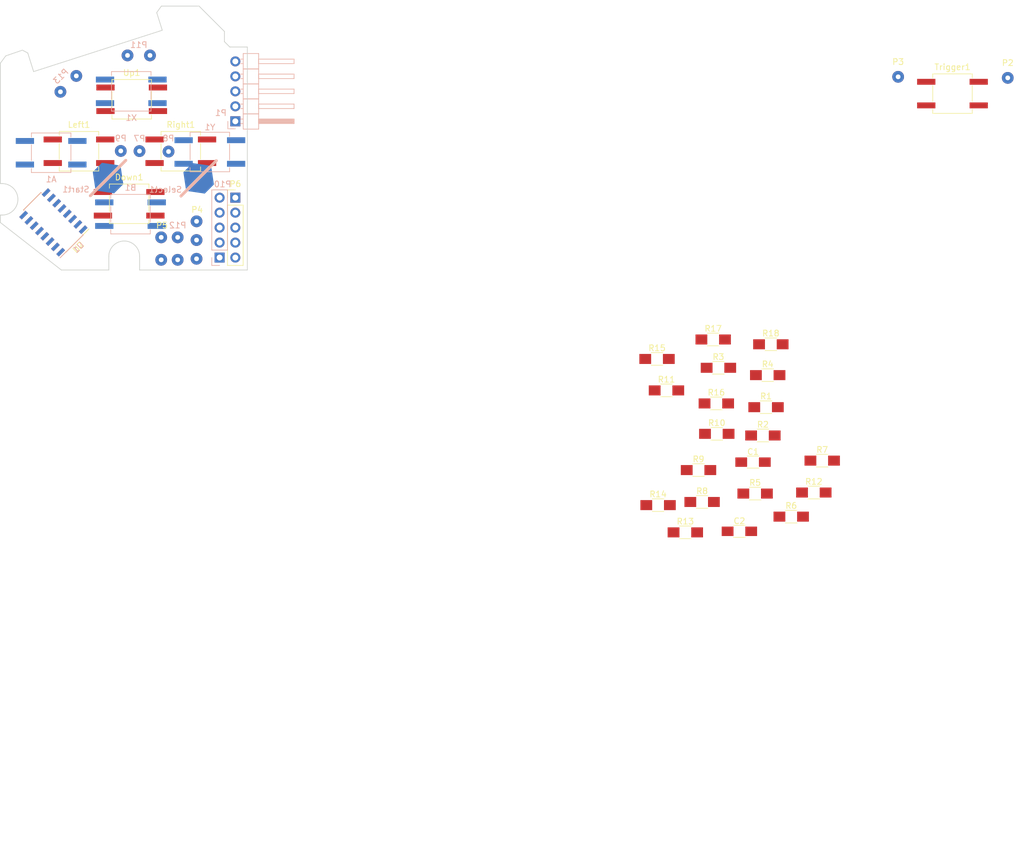
<source format=kicad_pcb>
(kicad_pcb (version 4) (host pcbnew 4.0.2-stable)

  (general
    (links 105)
    (no_connects 105)
    (area 12.661899 12.915899 54.673501 57.797701)
    (thickness 1.6)
    (drawings 186)
    (tracks 0)
    (zones 0)
    (modules 49)
    (nets 39)
  )

  (page A4)
  (layers
    (0 F.Cu signal)
    (31 B.Cu signal)
    (32 B.Adhes user)
    (33 F.Adhes user)
    (34 B.Paste user)
    (35 F.Paste user)
    (36 B.SilkS user)
    (37 F.SilkS user)
    (38 B.Mask user)
    (39 F.Mask user)
    (40 Dwgs.User user)
    (41 Cmts.User user)
    (42 Eco1.User user hide)
    (43 Eco2.User user hide)
    (44 Edge.Cuts user)
    (45 Margin user)
    (46 B.CrtYd user hide)
    (47 F.CrtYd user hide)
    (48 B.Fab user hide)
    (49 F.Fab user hide)
  )

  (setup
    (last_trace_width 0.254)
    (user_trace_width 0.1524)
    (user_trace_width 0.2)
    (user_trace_width 0.25)
    (user_trace_width 0.3)
    (user_trace_width 0.4)
    (user_trace_width 0.5)
    (user_trace_width 0.6)
    (user_trace_width 2.54)
    (trace_clearance 0.254)
    (zone_clearance 0.1524)
    (zone_45_only no)
    (trace_min 0.1524)
    (segment_width 0.127)
    (edge_width 0.127)
    (via_size 0.6858)
    (via_drill 0.3302)
    (via_min_size 0.6858)
    (via_min_drill 0.3302)
    (uvia_size 0.508)
    (uvia_drill 0.127)
    (uvias_allowed no)
    (uvia_min_size 0.508)
    (uvia_min_drill 0.127)
    (pcb_text_width 0.127)
    (pcb_text_size 0.6 0.6)
    (mod_edge_width 0.127)
    (mod_text_size 0.6 0.6)
    (mod_text_width 0.127)
    (pad_size 1.5875 1.5875)
    (pad_drill 1.5875)
    (pad_to_mask_clearance 0.05)
    (pad_to_paste_clearance -0.04)
    (aux_axis_origin 0 0)
    (visible_elements 7FFEF77F)
    (pcbplotparams
      (layerselection 0x3ffff_80000001)
      (usegerberextensions true)
      (usegerberattributes true)
      (excludeedgelayer true)
      (linewidth 0.127000)
      (plotframeref false)
      (viasonmask false)
      (mode 1)
      (useauxorigin false)
      (hpglpennumber 1)
      (hpglpenspeed 20)
      (hpglpendiameter 15)
      (hpglpenoverlay 2)
      (psnegative false)
      (psa4output false)
      (plotreference true)
      (plotvalue true)
      (plotinvisibletext false)
      (padsonsilk false)
      (subtractmaskfromsilk false)
      (outputformat 1)
      (mirror false)
      (drillshape 0)
      (scaleselection 1)
      (outputdirectory CAM/))
  )

  (net 0 "")
  (net 1 /A)
  (net 2 /B_LINK)
  (net 3 +5V)
  (net 4 GND)
  (net 5 VDD_ABXY)
  (net 6 VSS_ABXY)
  (net 7 /Down)
  (net 8 /Left)
  (net 9 /CLK_DPAD)
  (net 10 /DLATCH)
  (net 11 /SEROUT)
  (net 12 /VSS_Trigger)
  (net 13 "Net-(P3-Pad1)")
  (net 14 /Start)
  (net 15 /Y)
  (net 16 /SERIN_DPAD)
  (net 17 /VSS_SelStart)
  (net 18 /Select_LINK)
  (net 19 /Start_LINK)
  (net 20 /CLK_ABXY)
  (net 21 /LATCH_ABXY)
  (net 22 /SEROUT_ABXY)
  (net 23 /TL)
  (net 24 /TR)
  (net 25 "Net-(R3-Pad1)")
  (net 26 "Net-(R4-Pad1)")
  (net 27 "Net-(R5-Pad1)")
  (net 28 "Net-(R6-Pad1)")
  (net 29 /X)
  (net 30 /Right)
  (net 31 /Up)
  (net 32 /Select)
  (net 33 /B)
  (net 34 "Net-(U1-Pad2)")
  (net 35 "Net-(U1-Pad12)")
  (net 36 "Net-(U2-Pad2)")
  (net 37 "Net-(U2-Pad12)")
  (net 38 /Y_LINK)

  (net_class Default "Dit is de standaard class."
    (clearance 0.254)
    (trace_width 0.254)
    (via_dia 0.6858)
    (via_drill 0.3302)
    (uvia_dia 0.508)
    (uvia_drill 0.127)
    (add_net +5V)
    (add_net /A)
    (add_net /B)
    (add_net /B_LINK)
    (add_net /CLK_ABXY)
    (add_net /CLK_DPAD)
    (add_net /DLATCH)
    (add_net /Down)
    (add_net /LATCH_ABXY)
    (add_net /Left)
    (add_net /Right)
    (add_net /SERIN_DPAD)
    (add_net /SEROUT)
    (add_net /SEROUT_ABXY)
    (add_net /Select)
    (add_net /Select_LINK)
    (add_net /Start)
    (add_net /Start_LINK)
    (add_net /TL)
    (add_net /TR)
    (add_net /Up)
    (add_net /VSS_SelStart)
    (add_net /VSS_Trigger)
    (add_net /X)
    (add_net /Y)
    (add_net /Y_LINK)
    (add_net GND)
    (add_net "Net-(P3-Pad1)")
    (add_net "Net-(R3-Pad1)")
    (add_net "Net-(R4-Pad1)")
    (add_net "Net-(R5-Pad1)")
    (add_net "Net-(R6-Pad1)")
    (add_net "Net-(U1-Pad12)")
    (add_net "Net-(U1-Pad2)")
    (add_net "Net-(U2-Pad12)")
    (add_net "Net-(U2-Pad2)")
    (add_net VDD_ABXY)
    (add_net VSS_ABXY)
  )

  (net_class 0.2mm ""
    (clearance 0.2)
    (trace_width 0.2)
    (via_dia 0.6858)
    (via_drill 0.3302)
    (uvia_dia 0.508)
    (uvia_drill 0.127)
  )

  (net_class Minimal ""
    (clearance 0.1524)
    (trace_width 0.1524)
    (via_dia 0.6858)
    (via_drill 0.3302)
    (uvia_dia 0.508)
    (uvia_drill 0.127)
  )

  (module Mounting_Holes:MountingHole_2.2mm_M2 (layer F.Cu) (tedit 58CF0B6A) (tstamp 58CF0B44)
    (at 16.9926 27.3558)
    (descr "Mounting Hole 2.2mm, no annular, M2")
    (tags "mounting hole 2.2mm no annular m2")
    (fp_text reference REF** (at 0 -3.2) (layer F.SilkS) hide
      (effects (font (size 1 1) (thickness 0.15)))
    )
    (fp_text value MountingHole_2.2mm_M2 (at 0 3.2) (layer F.Fab) hide
      (effects (font (size 1 1) (thickness 0.15)))
    )
    (fp_circle (center 0 0) (end 2.2 0) (layer Cmts.User) (width 0.15))
    (fp_circle (center 0 0) (end 2.45 0) (layer F.CrtYd) (width 0.05))
    (pad 1 np_thru_hole circle (at 0 0) (size 2.2 2.2) (drill 2.2) (layers *.Cu *.Mask))
  )

  (module Mounting_Holes:MountingHole_4.5mm (layer F.Cu) (tedit 58CF0C14) (tstamp 58CF0C21)
    (at 44.831 19.9898)
    (descr "Mounting Hole 4.5mm, no annular")
    (tags "mounting hole 4.5mm no annular")
    (fp_text reference REF** (at 0 -5.5) (layer F.SilkS) hide
      (effects (font (size 1 1) (thickness 0.15)))
    )
    (fp_text value MountingHole_4.5mm (at 0 5.5) (layer F.Fab) hide
      (effects (font (size 1 1) (thickness 0.15)))
    )
    (fp_circle (center 0 0) (end 4.5 0) (layer Cmts.User) (width 0.15))
    (fp_circle (center 0 0) (end 4.75 0) (layer F.CrtYd) (width 0.05))
    (pad 1 np_thru_hole circle (at 0 0) (size 4.5 4.5) (drill 4.5) (layers *.Cu *.Mask))
  )

  (module Mounting_Holes:MountingHole_2.2mm_M2 (layer F.Cu) (tedit 58CF0E0F) (tstamp 58CF0E4E)
    (at 38.989 42.3672)
    (descr "Mounting Hole 2.2mm, no annular, M2")
    (tags "mounting hole 2.2mm no annular m2")
    (fp_text reference REF** (at 0 -3.2) (layer F.SilkS) hide
      (effects (font (size 1 1) (thickness 0.15)))
    )
    (fp_text value MountingHole_1_16th (at 0 3.2) (layer F.Fab) hide
      (effects (font (size 1 1) (thickness 0.15)))
    )
    (fp_circle (center 0 0) (end 2.2 0) (layer Cmts.User) (width 0.15))
    (fp_circle (center 0 0) (end 2.45 0) (layer F.CrtYd) (width 0.05))
    (pad "" np_thru_hole circle (at 0 0) (size 1.5875 1.5875) (drill 1.5875) (layers *.Cu *.Mask))
  )

  (module Extra_Buttons_Switches_SMD:SW_SPST_KSC7-G (layer B.Cu) (tedit 58CDD57C) (tstamp 58CF19C3)
    (at 21.336 37.846)
    (descr "Surface Mount Tactile Switch for High-Density Packaging")
    (tags "Tactile Switch")
    (path /58AC1CFF)
    (attr smd)
    (fp_text reference A1 (at 0 4.5) (layer B.SilkS)
      (effects (font (size 1 1) (thickness 0.15)) (justify mirror))
    )
    (fp_text value SW_PUSH (at 0 -4.5) (layer B.Fab)
      (effects (font (size 1 1) (thickness 0.15)) (justify mirror))
    )
    (fp_text user %R (at 0 4.5) (layer B.Fab)
      (effects (font (size 1 1) (thickness 0.15)) (justify mirror))
    )
    (fp_line (start -6.1 -3.5) (end 6.1 -3.5) (layer B.CrtYd) (width 0.05))
    (fp_line (start 6.1 -3.5) (end 6.1 3.5) (layer B.CrtYd) (width 0.05))
    (fp_line (start 6.1 3.5) (end -6.1 3.5) (layer B.CrtYd) (width 0.05))
    (fp_line (start -6.1 3.5) (end -6.1 -3.5) (layer B.CrtYd) (width 0.05))
    (fp_line (start -3.35 2.65) (end -3.35 3.35) (layer B.SilkS) (width 0.12))
    (fp_line (start -3.35 3.35) (end 3.35 3.35) (layer B.SilkS) (width 0.12))
    (fp_line (start 3.35 3.35) (end 3.35 2.65) (layer B.SilkS) (width 0.12))
    (fp_line (start -3.35 -1.35) (end -3.35 1.35) (layer B.SilkS) (width 0.12))
    (fp_line (start 3.35 -2.65) (end 3.35 -3.35) (layer B.SilkS) (width 0.12))
    (fp_line (start 3.35 -3.35) (end -3.35 -3.35) (layer B.SilkS) (width 0.12))
    (fp_line (start -3.35 -3.35) (end -3.35 -2.65) (layer B.SilkS) (width 0.12))
    (fp_line (start 3.35 1.35) (end 3.35 -1.35) (layer B.SilkS) (width 0.12))
    (fp_circle (center 0 0) (end 1.5 0) (layer B.Fab) (width 0.1))
    (fp_line (start -3.2 3.2) (end 3.2 3.2) (layer B.Fab) (width 0.1))
    (fp_line (start 3.2 3.2) (end 3.2 -3.2) (layer B.Fab) (width 0.1))
    (fp_line (start 3.2 -3.2) (end -3.2 -3.2) (layer B.Fab) (width 0.1))
    (fp_line (start -3.2 -3.2) (end -3.2 3.2) (layer B.Fab) (width 0.1))
    (pad 1 smd rect (at -4.45 2) (size 3.1 1) (layers B.Cu B.Paste B.Mask)
      (net 6 VSS_ABXY))
    (pad 1 smd rect (at 4.45 2) (size 3.1 1) (layers B.Cu B.Paste B.Mask)
      (net 6 VSS_ABXY))
    (pad 2 smd rect (at -4.45 -2) (size 3.1 1) (layers B.Cu B.Paste B.Mask)
      (net 1 /A))
    (pad 2 smd rect (at 4.45 -2) (size 3.1 1) (layers B.Cu B.Paste B.Mask)
      (net 1 /A))
    (model ${KBOXY3DSHAPES}/ckswitches-KSC701GLFS.wrl
      (at (xyz 0 0 0.0528))
      (scale (xyz 0.3937 0.3937 0.3937))
      (rotate (xyz -90 0 0))
    )
  )

  (module Extra_Buttons_Switches_SMD:SW_SPST_KSC7-G (layer B.Cu) (tedit 58CDD57C) (tstamp 58CF19DD)
    (at 34.798 48.26 180)
    (descr "Surface Mount Tactile Switch for High-Density Packaging")
    (tags "Tactile Switch")
    (path /58AC1CCF)
    (attr smd)
    (fp_text reference B1 (at 0 4.5 180) (layer B.SilkS)
      (effects (font (size 1 1) (thickness 0.15)) (justify mirror))
    )
    (fp_text value SW_PUSH (at 0 -4.5 180) (layer B.Fab)
      (effects (font (size 1 1) (thickness 0.15)) (justify mirror))
    )
    (fp_text user %R (at 0 4.5 180) (layer B.Fab)
      (effects (font (size 1 1) (thickness 0.15)) (justify mirror))
    )
    (fp_line (start -6.1 -3.5) (end 6.1 -3.5) (layer B.CrtYd) (width 0.05))
    (fp_line (start 6.1 -3.5) (end 6.1 3.5) (layer B.CrtYd) (width 0.05))
    (fp_line (start 6.1 3.5) (end -6.1 3.5) (layer B.CrtYd) (width 0.05))
    (fp_line (start -6.1 3.5) (end -6.1 -3.5) (layer B.CrtYd) (width 0.05))
    (fp_line (start -3.35 2.65) (end -3.35 3.35) (layer B.SilkS) (width 0.12))
    (fp_line (start -3.35 3.35) (end 3.35 3.35) (layer B.SilkS) (width 0.12))
    (fp_line (start 3.35 3.35) (end 3.35 2.65) (layer B.SilkS) (width 0.12))
    (fp_line (start -3.35 -1.35) (end -3.35 1.35) (layer B.SilkS) (width 0.12))
    (fp_line (start 3.35 -2.65) (end 3.35 -3.35) (layer B.SilkS) (width 0.12))
    (fp_line (start 3.35 -3.35) (end -3.35 -3.35) (layer B.SilkS) (width 0.12))
    (fp_line (start -3.35 -3.35) (end -3.35 -2.65) (layer B.SilkS) (width 0.12))
    (fp_line (start 3.35 1.35) (end 3.35 -1.35) (layer B.SilkS) (width 0.12))
    (fp_circle (center 0 0) (end 1.5 0) (layer B.Fab) (width 0.1))
    (fp_line (start -3.2 3.2) (end 3.2 3.2) (layer B.Fab) (width 0.1))
    (fp_line (start 3.2 3.2) (end 3.2 -3.2) (layer B.Fab) (width 0.1))
    (fp_line (start 3.2 -3.2) (end -3.2 -3.2) (layer B.Fab) (width 0.1))
    (fp_line (start -3.2 -3.2) (end -3.2 3.2) (layer B.Fab) (width 0.1))
    (pad 1 smd rect (at -4.45 2 180) (size 3.1 1) (layers B.Cu B.Paste B.Mask)
      (net 6 VSS_ABXY))
    (pad 1 smd rect (at 4.45 2 180) (size 3.1 1) (layers B.Cu B.Paste B.Mask)
      (net 6 VSS_ABXY))
    (pad 2 smd rect (at -4.45 -2 180) (size 3.1 1) (layers B.Cu B.Paste B.Mask)
      (net 2 /B_LINK))
    (pad 2 smd rect (at 4.45 -2 180) (size 3.1 1) (layers B.Cu B.Paste B.Mask)
      (net 2 /B_LINK))
    (model ${KBOXY3DSHAPES}/ckswitches-KSC701GLFS.wrl
      (at (xyz 0 0 0.0528))
      (scale (xyz 0.3937 0.3937 0.3937))
      (rotate (xyz -90 0 0))
    )
  )

  (module Capacitors_SMD:C_1206_HandSoldering (layer F.Cu) (tedit 58AA84D1) (tstamp 58CF19EE)
    (at 140.3858 90.3224)
    (descr "Capacitor SMD 1206, hand soldering")
    (tags "capacitor 1206")
    (path /58AA90A4)
    (attr smd)
    (fp_text reference C1 (at 0 -1.75) (layer F.SilkS)
      (effects (font (size 1 1) (thickness 0.15)))
    )
    (fp_text value .1u (at 0 2) (layer F.Fab)
      (effects (font (size 1 1) (thickness 0.15)))
    )
    (fp_text user %R (at 0 -1.75) (layer F.Fab)
      (effects (font (size 1 1) (thickness 0.15)))
    )
    (fp_line (start -1.6 0.8) (end -1.6 -0.8) (layer F.Fab) (width 0.1))
    (fp_line (start 1.6 0.8) (end -1.6 0.8) (layer F.Fab) (width 0.1))
    (fp_line (start 1.6 -0.8) (end 1.6 0.8) (layer F.Fab) (width 0.1))
    (fp_line (start -1.6 -0.8) (end 1.6 -0.8) (layer F.Fab) (width 0.1))
    (fp_line (start 1 -1.02) (end -1 -1.02) (layer F.SilkS) (width 0.12))
    (fp_line (start -1 1.02) (end 1 1.02) (layer F.SilkS) (width 0.12))
    (fp_line (start -3.25 -1.05) (end 3.25 -1.05) (layer F.CrtYd) (width 0.05))
    (fp_line (start -3.25 -1.05) (end -3.25 1.05) (layer F.CrtYd) (width 0.05))
    (fp_line (start 3.25 1.05) (end 3.25 -1.05) (layer F.CrtYd) (width 0.05))
    (fp_line (start 3.25 1.05) (end -3.25 1.05) (layer F.CrtYd) (width 0.05))
    (pad 1 smd rect (at -2 0) (size 2 1.6) (layers F.Cu F.Paste F.Mask)
      (net 3 +5V))
    (pad 2 smd rect (at 2 0) (size 2 1.6) (layers F.Cu F.Paste F.Mask)
      (net 4 GND))
    (model Capacitors_SMD.3dshapes/C_1206.wrl
      (at (xyz 0 0 0))
      (scale (xyz 1 1 1))
      (rotate (xyz 0 0 0))
    )
  )

  (module Capacitors_SMD:C_1206_HandSoldering (layer F.Cu) (tedit 58AA84D1) (tstamp 58CF19FF)
    (at 138.0744 102.0572)
    (descr "Capacitor SMD 1206, hand soldering")
    (tags "capacitor 1206")
    (path /58AA917D)
    (attr smd)
    (fp_text reference C2 (at 0 -1.75) (layer F.SilkS)
      (effects (font (size 1 1) (thickness 0.15)))
    )
    (fp_text value .1u (at 0 2) (layer F.Fab)
      (effects (font (size 1 1) (thickness 0.15)))
    )
    (fp_text user %R (at 0 -1.75) (layer F.Fab)
      (effects (font (size 1 1) (thickness 0.15)))
    )
    (fp_line (start -1.6 0.8) (end -1.6 -0.8) (layer F.Fab) (width 0.1))
    (fp_line (start 1.6 0.8) (end -1.6 0.8) (layer F.Fab) (width 0.1))
    (fp_line (start 1.6 -0.8) (end 1.6 0.8) (layer F.Fab) (width 0.1))
    (fp_line (start -1.6 -0.8) (end 1.6 -0.8) (layer F.Fab) (width 0.1))
    (fp_line (start 1 -1.02) (end -1 -1.02) (layer F.SilkS) (width 0.12))
    (fp_line (start -1 1.02) (end 1 1.02) (layer F.SilkS) (width 0.12))
    (fp_line (start -3.25 -1.05) (end 3.25 -1.05) (layer F.CrtYd) (width 0.05))
    (fp_line (start -3.25 -1.05) (end -3.25 1.05) (layer F.CrtYd) (width 0.05))
    (fp_line (start 3.25 1.05) (end 3.25 -1.05) (layer F.CrtYd) (width 0.05))
    (fp_line (start 3.25 1.05) (end -3.25 1.05) (layer F.CrtYd) (width 0.05))
    (pad 1 smd rect (at -2 0) (size 2 1.6) (layers F.Cu F.Paste F.Mask)
      (net 5 VDD_ABXY))
    (pad 2 smd rect (at 2 0) (size 2 1.6) (layers F.Cu F.Paste F.Mask)
      (net 6 VSS_ABXY))
    (model Capacitors_SMD.3dshapes/C_1206.wrl
      (at (xyz 0 0 0))
      (scale (xyz 1 1 1))
      (rotate (xyz 0 0 0))
    )
  )

  (module Extra_Buttons_Switches_SMD:SW_SPST_KSC2-G (layer F.Cu) (tedit 58CDC48F) (tstamp 58CF1A19)
    (at 34.5694 46.5074)
    (descr "Surface Mount Tactile Switch for High-Density Packaging")
    (tags "Tactile Switch")
    (path /58AC1CED)
    (attr smd)
    (fp_text reference Down1 (at 0 -4.5) (layer F.SilkS)
      (effects (font (size 1 1) (thickness 0.15)))
    )
    (fp_text value SW_PUSH (at 0 4.5) (layer F.Fab)
      (effects (font (size 1 1) (thickness 0.15)))
    )
    (fp_text user %R (at 0 -4.5) (layer F.Fab)
      (effects (font (size 1 1) (thickness 0.15)))
    )
    (fp_line (start -6.1 3.5) (end 6.1 3.5) (layer F.CrtYd) (width 0.05))
    (fp_line (start 6.1 3.5) (end 6.1 -3.5) (layer F.CrtYd) (width 0.05))
    (fp_line (start 6.1 -3.5) (end -6.1 -3.5) (layer F.CrtYd) (width 0.05))
    (fp_line (start -6.1 -3.5) (end -6.1 3.5) (layer F.CrtYd) (width 0.05))
    (fp_line (start -3.35 -2.65) (end -3.35 -3.35) (layer F.SilkS) (width 0.12))
    (fp_line (start -3.35 -3.35) (end 3.35 -3.35) (layer F.SilkS) (width 0.12))
    (fp_line (start 3.35 -3.35) (end 3.35 -2.65) (layer F.SilkS) (width 0.12))
    (fp_line (start -3.35 1.35) (end -3.35 -1.35) (layer F.SilkS) (width 0.12))
    (fp_line (start 3.35 2.65) (end 3.35 3.35) (layer F.SilkS) (width 0.12))
    (fp_line (start 3.35 3.35) (end -3.35 3.35) (layer F.SilkS) (width 0.12))
    (fp_line (start -3.35 3.35) (end -3.35 2.65) (layer F.SilkS) (width 0.12))
    (fp_line (start 3.35 -1.35) (end 3.35 1.35) (layer F.SilkS) (width 0.12))
    (fp_circle (center 0 0) (end 1.45 0) (layer F.Fab) (width 0.1))
    (fp_line (start -3.2 -3.2) (end 3.2 -3.2) (layer F.Fab) (width 0.1))
    (fp_line (start 3.2 -3.2) (end 3.2 3.2) (layer F.Fab) (width 0.1))
    (fp_line (start 3.2 3.2) (end -3.2 3.2) (layer F.Fab) (width 0.1))
    (fp_line (start -3.2 3.2) (end -3.2 -3.2) (layer F.Fab) (width 0.1))
    (pad 1 smd rect (at -4.45 -2) (size 3.1 1) (layers F.Cu F.Paste F.Mask)
      (net 4 GND))
    (pad 1 smd rect (at 4.45 -2) (size 3.1 1) (layers F.Cu F.Paste F.Mask)
      (net 4 GND))
    (pad 2 smd rect (at -4.45 2) (size 3.1 1) (layers F.Cu F.Paste F.Mask)
      (net 7 /Down))
    (pad 2 smd rect (at 4.45 2) (size 3.1 1) (layers F.Cu F.Paste F.Mask)
      (net 7 /Down))
    (model ${KBOXY3DSHAPES}/ckswitches-KSC201GLFS.wrl
      (at (xyz 0 0 0.0528))
      (scale (xyz 0.3937 0.3937 0.3937))
      (rotate (xyz -90 0 0))
    )
  )

  (module Extra_Buttons_Switches_SMD:SW_SPST_KSC2-G (layer F.Cu) (tedit 58CDC48F) (tstamp 58CF1A33)
    (at 26.0604 37.592)
    (descr "Surface Mount Tactile Switch for High-Density Packaging")
    (tags "Tactile Switch")
    (path /58AC1CF3)
    (attr smd)
    (fp_text reference Left1 (at 0 -4.5) (layer F.SilkS)
      (effects (font (size 1 1) (thickness 0.15)))
    )
    (fp_text value SW_PUSH (at 0 4.5) (layer F.Fab)
      (effects (font (size 1 1) (thickness 0.15)))
    )
    (fp_text user %R (at 0 -4.5) (layer F.Fab)
      (effects (font (size 1 1) (thickness 0.15)))
    )
    (fp_line (start -6.1 3.5) (end 6.1 3.5) (layer F.CrtYd) (width 0.05))
    (fp_line (start 6.1 3.5) (end 6.1 -3.5) (layer F.CrtYd) (width 0.05))
    (fp_line (start 6.1 -3.5) (end -6.1 -3.5) (layer F.CrtYd) (width 0.05))
    (fp_line (start -6.1 -3.5) (end -6.1 3.5) (layer F.CrtYd) (width 0.05))
    (fp_line (start -3.35 -2.65) (end -3.35 -3.35) (layer F.SilkS) (width 0.12))
    (fp_line (start -3.35 -3.35) (end 3.35 -3.35) (layer F.SilkS) (width 0.12))
    (fp_line (start 3.35 -3.35) (end 3.35 -2.65) (layer F.SilkS) (width 0.12))
    (fp_line (start -3.35 1.35) (end -3.35 -1.35) (layer F.SilkS) (width 0.12))
    (fp_line (start 3.35 2.65) (end 3.35 3.35) (layer F.SilkS) (width 0.12))
    (fp_line (start 3.35 3.35) (end -3.35 3.35) (layer F.SilkS) (width 0.12))
    (fp_line (start -3.35 3.35) (end -3.35 2.65) (layer F.SilkS) (width 0.12))
    (fp_line (start 3.35 -1.35) (end 3.35 1.35) (layer F.SilkS) (width 0.12))
    (fp_circle (center 0 0) (end 1.45 0) (layer F.Fab) (width 0.1))
    (fp_line (start -3.2 -3.2) (end 3.2 -3.2) (layer F.Fab) (width 0.1))
    (fp_line (start 3.2 -3.2) (end 3.2 3.2) (layer F.Fab) (width 0.1))
    (fp_line (start 3.2 3.2) (end -3.2 3.2) (layer F.Fab) (width 0.1))
    (fp_line (start -3.2 3.2) (end -3.2 -3.2) (layer F.Fab) (width 0.1))
    (pad 1 smd rect (at -4.45 -2) (size 3.1 1) (layers F.Cu F.Paste F.Mask)
      (net 4 GND))
    (pad 1 smd rect (at 4.45 -2) (size 3.1 1) (layers F.Cu F.Paste F.Mask)
      (net 4 GND))
    (pad 2 smd rect (at -4.45 2) (size 3.1 1) (layers F.Cu F.Paste F.Mask)
      (net 8 /Left))
    (pad 2 smd rect (at 4.45 2) (size 3.1 1) (layers F.Cu F.Paste F.Mask)
      (net 8 /Left))
    (model ${KBOXY3DSHAPES}/ckswitches-KSC201GLFS.wrl
      (at (xyz 0 0 0.0528))
      (scale (xyz 0.3937 0.3937 0.3937))
      (rotate (xyz -90 0 0))
    )
  )

  (module Pin_Headers:Pin_Header_Angled_1x05_Pitch2.54mm (layer B.Cu) (tedit 58CF29E6) (tstamp 58CF1AA3)
    (at 52.578 32.512)
    (descr "Through hole angled pin header, 1x05, 2.54mm pitch, 6mm pin length, single row")
    (tags "Through hole angled pin header THT 1x05 2.54mm single row")
    (path /58A907FB)
    (fp_text reference P1 (at -2.4638 -1.4224) (layer B.SilkS)
      (effects (font (size 1 1) (thickness 0.15)) (justify mirror))
    )
    (fp_text value CN1 (at 4.315 -12.43) (layer B.Fab)
      (effects (font (size 1 1) (thickness 0.15)) (justify mirror))
    )
    (fp_line (start 1.4 1.27) (end 1.4 -1.27) (layer B.Fab) (width 0.1))
    (fp_line (start 1.4 -1.27) (end 3.9 -1.27) (layer B.Fab) (width 0.1))
    (fp_line (start 3.9 -1.27) (end 3.9 1.27) (layer B.Fab) (width 0.1))
    (fp_line (start 3.9 1.27) (end 1.4 1.27) (layer B.Fab) (width 0.1))
    (fp_line (start 0 0.32) (end 0 -0.32) (layer B.Fab) (width 0.1))
    (fp_line (start 0 -0.32) (end 9.9 -0.32) (layer B.Fab) (width 0.1))
    (fp_line (start 9.9 -0.32) (end 9.9 0.32) (layer B.Fab) (width 0.1))
    (fp_line (start 9.9 0.32) (end 0 0.32) (layer B.Fab) (width 0.1))
    (fp_line (start 1.4 -1.27) (end 1.4 -3.81) (layer B.Fab) (width 0.1))
    (fp_line (start 1.4 -3.81) (end 3.9 -3.81) (layer B.Fab) (width 0.1))
    (fp_line (start 3.9 -3.81) (end 3.9 -1.27) (layer B.Fab) (width 0.1))
    (fp_line (start 3.9 -1.27) (end 1.4 -1.27) (layer B.Fab) (width 0.1))
    (fp_line (start 0 -2.22) (end 0 -2.86) (layer B.Fab) (width 0.1))
    (fp_line (start 0 -2.86) (end 9.9 -2.86) (layer B.Fab) (width 0.1))
    (fp_line (start 9.9 -2.86) (end 9.9 -2.22) (layer B.Fab) (width 0.1))
    (fp_line (start 9.9 -2.22) (end 0 -2.22) (layer B.Fab) (width 0.1))
    (fp_line (start 1.4 -3.81) (end 1.4 -6.35) (layer B.Fab) (width 0.1))
    (fp_line (start 1.4 -6.35) (end 3.9 -6.35) (layer B.Fab) (width 0.1))
    (fp_line (start 3.9 -6.35) (end 3.9 -3.81) (layer B.Fab) (width 0.1))
    (fp_line (start 3.9 -3.81) (end 1.4 -3.81) (layer B.Fab) (width 0.1))
    (fp_line (start 0 -4.76) (end 0 -5.4) (layer B.Fab) (width 0.1))
    (fp_line (start 0 -5.4) (end 9.9 -5.4) (layer B.Fab) (width 0.1))
    (fp_line (start 9.9 -5.4) (end 9.9 -4.76) (layer B.Fab) (width 0.1))
    (fp_line (start 9.9 -4.76) (end 0 -4.76) (layer B.Fab) (width 0.1))
    (fp_line (start 1.4 -6.35) (end 1.4 -8.89) (layer B.Fab) (width 0.1))
    (fp_line (start 1.4 -8.89) (end 3.9 -8.89) (layer B.Fab) (width 0.1))
    (fp_line (start 3.9 -8.89) (end 3.9 -6.35) (layer B.Fab) (width 0.1))
    (fp_line (start 3.9 -6.35) (end 1.4 -6.35) (layer B.Fab) (width 0.1))
    (fp_line (start 0 -7.3) (end 0 -7.94) (layer B.Fab) (width 0.1))
    (fp_line (start 0 -7.94) (end 9.9 -7.94) (layer B.Fab) (width 0.1))
    (fp_line (start 9.9 -7.94) (end 9.9 -7.3) (layer B.Fab) (width 0.1))
    (fp_line (start 9.9 -7.3) (end 0 -7.3) (layer B.Fab) (width 0.1))
    (fp_line (start 1.4 -8.89) (end 1.4 -11.43) (layer B.Fab) (width 0.1))
    (fp_line (start 1.4 -11.43) (end 3.9 -11.43) (layer B.Fab) (width 0.1))
    (fp_line (start 3.9 -11.43) (end 3.9 -8.89) (layer B.Fab) (width 0.1))
    (fp_line (start 3.9 -8.89) (end 1.4 -8.89) (layer B.Fab) (width 0.1))
    (fp_line (start 0 -9.84) (end 0 -10.48) (layer B.Fab) (width 0.1))
    (fp_line (start 0 -10.48) (end 9.9 -10.48) (layer B.Fab) (width 0.1))
    (fp_line (start 9.9 -10.48) (end 9.9 -9.84) (layer B.Fab) (width 0.1))
    (fp_line (start 9.9 -9.84) (end 0 -9.84) (layer B.Fab) (width 0.1))
    (fp_line (start 1.34 1.33) (end 1.34 -1.27) (layer B.SilkS) (width 0.12))
    (fp_line (start 1.34 -1.27) (end 3.96 -1.27) (layer B.SilkS) (width 0.12))
    (fp_line (start 3.96 -1.27) (end 3.96 1.33) (layer B.SilkS) (width 0.12))
    (fp_line (start 3.96 1.33) (end 1.34 1.33) (layer B.SilkS) (width 0.12))
    (fp_line (start 3.96 0.38) (end 3.96 -0.38) (layer B.SilkS) (width 0.12))
    (fp_line (start 3.96 -0.38) (end 9.96 -0.38) (layer B.SilkS) (width 0.12))
    (fp_line (start 9.96 -0.38) (end 9.96 0.38) (layer B.SilkS) (width 0.12))
    (fp_line (start 9.96 0.38) (end 3.96 0.38) (layer B.SilkS) (width 0.12))
    (fp_line (start 0.91 0.38) (end 1.34 0.38) (layer B.SilkS) (width 0.12))
    (fp_line (start 0.91 -0.38) (end 1.34 -0.38) (layer B.SilkS) (width 0.12))
    (fp_line (start 3.96 0.26) (end 9.96 0.26) (layer B.SilkS) (width 0.12))
    (fp_line (start 3.96 0.14) (end 9.96 0.14) (layer B.SilkS) (width 0.12))
    (fp_line (start 3.96 0.02) (end 9.96 0.02) (layer B.SilkS) (width 0.12))
    (fp_line (start 3.96 -0.1) (end 9.96 -0.1) (layer B.SilkS) (width 0.12))
    (fp_line (start 3.96 -0.22) (end 9.96 -0.22) (layer B.SilkS) (width 0.12))
    (fp_line (start 3.96 -0.34) (end 9.96 -0.34) (layer B.SilkS) (width 0.12))
    (fp_line (start 1.34 -1.27) (end 1.34 -3.81) (layer B.SilkS) (width 0.12))
    (fp_line (start 1.34 -3.81) (end 3.96 -3.81) (layer B.SilkS) (width 0.12))
    (fp_line (start 3.96 -3.81) (end 3.96 -1.27) (layer B.SilkS) (width 0.12))
    (fp_line (start 3.96 -1.27) (end 1.34 -1.27) (layer B.SilkS) (width 0.12))
    (fp_line (start 3.96 -2.16) (end 3.96 -2.92) (layer B.SilkS) (width 0.12))
    (fp_line (start 3.96 -2.92) (end 9.96 -2.92) (layer B.SilkS) (width 0.12))
    (fp_line (start 9.96 -2.92) (end 9.96 -2.16) (layer B.SilkS) (width 0.12))
    (fp_line (start 9.96 -2.16) (end 3.96 -2.16) (layer B.SilkS) (width 0.12))
    (fp_line (start 0.91 -2.16) (end 1.34 -2.16) (layer B.SilkS) (width 0.12))
    (fp_line (start 0.91 -2.92) (end 1.34 -2.92) (layer B.SilkS) (width 0.12))
    (fp_line (start 1.34 -3.81) (end 1.34 -6.35) (layer B.SilkS) (width 0.12))
    (fp_line (start 1.34 -6.35) (end 3.96 -6.35) (layer B.SilkS) (width 0.12))
    (fp_line (start 3.96 -6.35) (end 3.96 -3.81) (layer B.SilkS) (width 0.12))
    (fp_line (start 3.96 -3.81) (end 1.34 -3.81) (layer B.SilkS) (width 0.12))
    (fp_line (start 3.96 -4.7) (end 3.96 -5.46) (layer B.SilkS) (width 0.12))
    (fp_line (start 3.96 -5.46) (end 9.96 -5.46) (layer B.SilkS) (width 0.12))
    (fp_line (start 9.96 -5.46) (end 9.96 -4.7) (layer B.SilkS) (width 0.12))
    (fp_line (start 9.96 -4.7) (end 3.96 -4.7) (layer B.SilkS) (width 0.12))
    (fp_line (start 0.91 -4.7) (end 1.34 -4.7) (layer B.SilkS) (width 0.12))
    (fp_line (start 0.91 -5.46) (end 1.34 -5.46) (layer B.SilkS) (width 0.12))
    (fp_line (start 1.34 -6.35) (end 1.34 -8.89) (layer B.SilkS) (width 0.12))
    (fp_line (start 1.34 -8.89) (end 3.96 -8.89) (layer B.SilkS) (width 0.12))
    (fp_line (start 3.96 -8.89) (end 3.96 -6.35) (layer B.SilkS) (width 0.12))
    (fp_line (start 3.96 -6.35) (end 1.34 -6.35) (layer B.SilkS) (width 0.12))
    (fp_line (start 3.96 -7.24) (end 3.96 -8) (layer B.SilkS) (width 0.12))
    (fp_line (start 3.96 -8) (end 9.96 -8) (layer B.SilkS) (width 0.12))
    (fp_line (start 9.96 -8) (end 9.96 -7.24) (layer B.SilkS) (width 0.12))
    (fp_line (start 9.96 -7.24) (end 3.96 -7.24) (layer B.SilkS) (width 0.12))
    (fp_line (start 0.91 -7.24) (end 1.34 -7.24) (layer B.SilkS) (width 0.12))
    (fp_line (start 0.91 -8) (end 1.34 -8) (layer B.SilkS) (width 0.12))
    (fp_line (start 1.34 -8.89) (end 1.34 -11.49) (layer B.SilkS) (width 0.12))
    (fp_line (start 1.34 -11.49) (end 3.96 -11.49) (layer B.SilkS) (width 0.12))
    (fp_line (start 3.96 -11.49) (end 3.96 -8.89) (layer B.SilkS) (width 0.12))
    (fp_line (start 3.96 -8.89) (end 1.34 -8.89) (layer B.SilkS) (width 0.12))
    (fp_line (start 3.96 -9.78) (end 3.96 -10.54) (layer B.SilkS) (width 0.12))
    (fp_line (start 3.96 -10.54) (end 9.96 -10.54) (layer B.SilkS) (width 0.12))
    (fp_line (start 9.96 -10.54) (end 9.96 -9.78) (layer B.SilkS) (width 0.12))
    (fp_line (start 9.96 -9.78) (end 3.96 -9.78) (layer B.SilkS) (width 0.12))
    (fp_line (start 0.91 -9.78) (end 1.34 -9.78) (layer B.SilkS) (width 0.12))
    (fp_line (start 0.91 -10.54) (end 1.34 -10.54) (layer B.SilkS) (width 0.12))
    (fp_line (start -1.27 0) (end -1.27 1.27) (layer B.SilkS) (width 0.12))
    (fp_line (start -1.27 1.27) (end 0 1.27) (layer B.SilkS) (width 0.12))
    (fp_line (start -1.8 1.8) (end -1.8 -11.95) (layer B.CrtYd) (width 0.05))
    (fp_line (start -1.8 -11.95) (end 10.4 -11.95) (layer B.CrtYd) (width 0.05))
    (fp_line (start 10.4 -11.95) (end 10.4 1.8) (layer B.CrtYd) (width 0.05))
    (fp_line (start 10.4 1.8) (end -1.8 1.8) (layer B.CrtYd) (width 0.05))
    (fp_text user %R (at 4.315 2.27) (layer B.Fab)
      (effects (font (size 1 1) (thickness 0.15)) (justify mirror))
    )
    (pad 1 thru_hole rect (at 0 0) (size 1.7 1.7) (drill 1) (layers *.Cu *.Mask)
      (net 3 +5V))
    (pad 2 thru_hole oval (at 0 -2.54) (size 1.7 1.7) (drill 1) (layers *.Cu *.Mask)
      (net 9 /CLK_DPAD))
    (pad 3 thru_hole oval (at 0 -5.08) (size 1.7 1.7) (drill 1) (layers *.Cu *.Mask)
      (net 10 /DLATCH))
    (pad 4 thru_hole oval (at 0 -7.62) (size 1.7 1.7) (drill 1) (layers *.Cu *.Mask)
      (net 11 /SEROUT))
    (pad 5 thru_hole oval (at 0 -10.16) (size 1.7 1.7) (drill 1) (layers *.Cu *.Mask)
      (net 4 GND))
    (model ${KISYS3DMOD}/Pin_Headers.3dshapes/Pin_Header_Angled_1x05_Pitch2.54mm.wrl
      (at (xyz 0 -0.2 0))
      (scale (xyz 1 1 1))
      (rotate (xyz 0 0 90))
    )
  )

  (module Wire_Pads:SolderWirePad_single_0-8mmDrill (layer F.Cu) (tedit 0) (tstamp 58CF1AA8)
    (at 183.5912 25.146)
    (path /58AC1D11)
    (fp_text reference P2 (at 0 -2.54) (layer F.SilkS)
      (effects (font (size 1 1) (thickness 0.15)))
    )
    (fp_text value VSS_LINK_Trigger (at 0 2.54) (layer F.Fab)
      (effects (font (size 1 1) (thickness 0.15)))
    )
    (pad 1 thru_hole circle (at 0 0) (size 1.99898 1.99898) (drill 0.8001) (layers *.Cu *.Mask)
      (net 12 /VSS_Trigger))
  )

  (module Wire_Pads:SolderWirePad_single_0-8mmDrill (layer F.Cu) (tedit 0) (tstamp 58CF1AAD)
    (at 164.9984 24.9682)
    (path /58AC1D17)
    (fp_text reference P3 (at 0 -2.54) (layer F.SilkS)
      (effects (font (size 1 1) (thickness 0.15)))
    )
    (fp_text value TR_TL_LINK_Trigger (at 0 2.54) (layer F.Fab)
      (effects (font (size 1 1) (thickness 0.15)))
    )
    (pad 1 thru_hole circle (at 0 0) (size 1.99898 1.99898) (drill 0.8001) (layers *.Cu *.Mask)
      (net 13 "Net-(P3-Pad1)"))
  )

  (module Wire_Pads:SolderWirePad_3x_0-8mmDrill (layer F.Cu) (tedit 58CF2AFF) (tstamp 58CF1AB4)
    (at 45.9994 52.6542 90)
    (path /58AC1D54)
    (fp_text reference P4 (at 5.1562 0.1016 180) (layer F.SilkS)
      (effects (font (size 1 1) (thickness 0.15)))
    )
    (fp_text value SelStart_LINK_DPAD (at 0 2.54 90) (layer F.Fab)
      (effects (font (size 1 1) (thickness 0.15)))
    )
    (pad 1 thru_hole circle (at -3.175 0 90) (size 1.99898 1.99898) (drill 0.8001) (layers *.Cu *.Mask)
      (net 14 /Start))
    (pad 1 thru_hole circle (at 0 0 90) (size 1.99898 1.99898) (drill 0.8001) (layers *.Cu *.Mask)
      (net 14 /Start))
    (pad 1 thru_hole circle (at 3.175 0 90) (size 1.99898 1.99898) (drill 0.8001) (layers *.Cu *.Mask)
      (net 14 /Start))
  )

  (module Wire_Pads:SolderWirePad_2x_0-8mmDrill (layer F.Cu) (tedit 58CF2AF4) (tstamp 58CF1ABA)
    (at 40.005 54.102 270)
    (path /58AC42FF)
    (fp_text reference P5 (at -3.937 -0.127 360) (layer F.SilkS)
      (effects (font (size 1 1) (thickness 0.15)))
    )
    (fp_text value YB_LINK_DPAD (at 0.635 2.54 270) (layer F.Fab)
      (effects (font (size 1 1) (thickness 0.15)))
    )
    (pad 1 thru_hole circle (at -1.905 0 270) (size 1.99898 1.99898) (drill 0.8001) (layers *.Cu *.Mask)
      (net 15 /Y))
    (pad 1 thru_hole circle (at 1.905 0 270) (size 1.99898 1.99898) (drill 0.8001) (layers *.Cu *.Mask)
      (net 15 /Y))
  )

  (module Pin_Headers:Pin_Header_Straight_1x05_Pitch2.54mm (layer F.Cu) (tedit 58CD4EC1) (tstamp 58CF1AD2)
    (at 52.578 45.466)
    (descr "Through hole straight pin header, 1x05, 2.54mm pitch, single row")
    (tags "Through hole pin header THT 1x05 2.54mm single row")
    (path /58AC1DB8)
    (fp_text reference P6 (at 0 -2.33) (layer F.SilkS)
      (effects (font (size 1 1) (thickness 0.15)))
    )
    (fp_text value SHIFT_PORT_DPAD (at 0 12.49) (layer F.Fab)
      (effects (font (size 1 1) (thickness 0.15)))
    )
    (fp_line (start -1.27 -1.27) (end -1.27 11.43) (layer F.Fab) (width 0.1))
    (fp_line (start -1.27 11.43) (end 1.27 11.43) (layer F.Fab) (width 0.1))
    (fp_line (start 1.27 11.43) (end 1.27 -1.27) (layer F.Fab) (width 0.1))
    (fp_line (start 1.27 -1.27) (end -1.27 -1.27) (layer F.Fab) (width 0.1))
    (fp_line (start -1.33 1.27) (end -1.33 11.49) (layer F.SilkS) (width 0.12))
    (fp_line (start -1.33 11.49) (end 1.33 11.49) (layer F.SilkS) (width 0.12))
    (fp_line (start 1.33 11.49) (end 1.33 1.27) (layer F.SilkS) (width 0.12))
    (fp_line (start 1.33 1.27) (end -1.33 1.27) (layer F.SilkS) (width 0.12))
    (fp_line (start -1.33 0) (end -1.33 -1.33) (layer F.SilkS) (width 0.12))
    (fp_line (start -1.33 -1.33) (end 0 -1.33) (layer F.SilkS) (width 0.12))
    (fp_line (start -1.8 -1.8) (end -1.8 11.95) (layer F.CrtYd) (width 0.05))
    (fp_line (start -1.8 11.95) (end 1.8 11.95) (layer F.CrtYd) (width 0.05))
    (fp_line (start 1.8 11.95) (end 1.8 -1.8) (layer F.CrtYd) (width 0.05))
    (fp_line (start 1.8 -1.8) (end -1.8 -1.8) (layer F.CrtYd) (width 0.05))
    (fp_text user %R (at 0 -2.33) (layer F.Fab)
      (effects (font (size 1 1) (thickness 0.15)))
    )
    (pad 1 thru_hole rect (at 0 0) (size 1.7 1.7) (drill 1) (layers *.Cu *.Mask)
      (net 3 +5V))
    (pad 2 thru_hole oval (at 0 2.54) (size 1.7 1.7) (drill 1) (layers *.Cu *.Mask)
      (net 9 /CLK_DPAD))
    (pad 3 thru_hole oval (at 0 5.08) (size 1.7 1.7) (drill 1) (layers *.Cu *.Mask)
      (net 10 /DLATCH))
    (pad 4 thru_hole oval (at 0 7.62) (size 1.7 1.7) (drill 1) (layers *.Cu *.Mask)
      (net 16 /SERIN_DPAD))
    (pad 5 thru_hole oval (at 0 10.16) (size 1.7 1.7) (drill 1) (layers *.Cu *.Mask)
      (net 4 GND))
    (model ${KISYS3DMOD}/Pin_Headers.3dshapes/Pin_Header_Straight_1x05_Pitch2.54mm.wrl
      (at (xyz 0 -0.2 0))
      (scale (xyz 1 1 1))
      (rotate (xyz 0 0 90))
    )
  )

  (module Wire_Pads:SolderWirePad_single_0-8mmDrill (layer B.Cu) (tedit 58CF2A3F) (tstamp 58CF1AD7)
    (at 36.322 37.5666)
    (path /58AC1D1D)
    (fp_text reference P7 (at 0 -2.1336) (layer B.SilkS)
      (effects (font (size 1 1) (thickness 0.15)) (justify mirror))
    )
    (fp_text value VSS_LINK_SelStart (at 0 -2.54) (layer B.Fab)
      (effects (font (size 1 1) (thickness 0.15)) (justify mirror))
    )
    (pad 1 thru_hole circle (at 0 0) (size 1.99898 1.99898) (drill 0.8001) (layers *.Cu *.Mask)
      (net 17 /VSS_SelStart))
  )

  (module Wire_Pads:SolderWirePad_single_0-8mmDrill (layer B.Cu) (tedit 58CF2A47) (tstamp 58CF1ADC)
    (at 41.2496 37.6428)
    (path /58AC1D23)
    (fp_text reference P8 (at -0.0254 -2.2352) (layer B.SilkS)
      (effects (font (size 1 1) (thickness 0.15)) (justify mirror))
    )
    (fp_text value Select_LINK_SelStart (at 0 -2.54) (layer B.Fab)
      (effects (font (size 1 1) (thickness 0.15)) (justify mirror))
    )
    (pad 1 thru_hole circle (at 0 0) (size 1.99898 1.99898) (drill 0.8001) (layers *.Cu *.Mask)
      (net 18 /Select_LINK))
  )

  (module Wire_Pads:SolderWirePad_single_0-8mmDrill (layer B.Cu) (tedit 58CF2A3A) (tstamp 58CF1AE1)
    (at 33.147 37.5412)
    (path /58AC1D29)
    (fp_text reference P9 (at 0 -2.1336) (layer B.SilkS)
      (effects (font (size 1 1) (thickness 0.15)) (justify mirror))
    )
    (fp_text value Start_LINK_SelStart (at 0 -2.54) (layer B.Fab)
      (effects (font (size 1 1) (thickness 0.15)) (justify mirror))
    )
    (pad 1 thru_hole circle (at 0 0) (size 1.99898 1.99898) (drill 0.8001) (layers *.Cu *.Mask)
      (net 19 /Start_LINK))
  )

  (module Pin_Headers:Pin_Header_Straight_1x05_Pitch2.54mm (layer B.Cu) (tedit 58CF2B0F) (tstamp 58CF1AF9)
    (at 49.911 55.626)
    (descr "Through hole straight pin header, 1x05, 2.54mm pitch, single row")
    (tags "Through hole pin header THT 1x05 2.54mm single row")
    (path /58AC1D30)
    (fp_text reference P10 (at 0.508 -12.446) (layer B.SilkS)
      (effects (font (size 1 1) (thickness 0.15)) (justify mirror))
    )
    (fp_text value SHIFT_PORT_ABXY (at 0 -12.49) (layer B.Fab)
      (effects (font (size 1 1) (thickness 0.15)) (justify mirror))
    )
    (fp_line (start -1.27 1.27) (end -1.27 -11.43) (layer B.Fab) (width 0.1))
    (fp_line (start -1.27 -11.43) (end 1.27 -11.43) (layer B.Fab) (width 0.1))
    (fp_line (start 1.27 -11.43) (end 1.27 1.27) (layer B.Fab) (width 0.1))
    (fp_line (start 1.27 1.27) (end -1.27 1.27) (layer B.Fab) (width 0.1))
    (fp_line (start -1.33 -1.27) (end -1.33 -11.49) (layer B.SilkS) (width 0.12))
    (fp_line (start -1.33 -11.49) (end 1.33 -11.49) (layer B.SilkS) (width 0.12))
    (fp_line (start 1.33 -11.49) (end 1.33 -1.27) (layer B.SilkS) (width 0.12))
    (fp_line (start 1.33 -1.27) (end -1.33 -1.27) (layer B.SilkS) (width 0.12))
    (fp_line (start -1.33 0) (end -1.33 1.33) (layer B.SilkS) (width 0.12))
    (fp_line (start -1.33 1.33) (end 0 1.33) (layer B.SilkS) (width 0.12))
    (fp_line (start -1.8 1.8) (end -1.8 -11.95) (layer B.CrtYd) (width 0.05))
    (fp_line (start -1.8 -11.95) (end 1.8 -11.95) (layer B.CrtYd) (width 0.05))
    (fp_line (start 1.8 -11.95) (end 1.8 1.8) (layer B.CrtYd) (width 0.05))
    (fp_line (start 1.8 1.8) (end -1.8 1.8) (layer B.CrtYd) (width 0.05))
    (fp_text user %R (at 0 2.33) (layer B.Fab)
      (effects (font (size 1 1) (thickness 0.15)) (justify mirror))
    )
    (pad 1 thru_hole rect (at 0 0) (size 1.7 1.7) (drill 1) (layers *.Cu *.Mask)
      (net 5 VDD_ABXY))
    (pad 2 thru_hole oval (at 0 -2.54) (size 1.7 1.7) (drill 1) (layers *.Cu *.Mask)
      (net 20 /CLK_ABXY))
    (pad 3 thru_hole oval (at 0 -5.08) (size 1.7 1.7) (drill 1) (layers *.Cu *.Mask)
      (net 21 /LATCH_ABXY))
    (pad 4 thru_hole oval (at 0 -7.62) (size 1.7 1.7) (drill 1) (layers *.Cu *.Mask)
      (net 22 /SEROUT_ABXY))
    (pad 5 thru_hole oval (at 0 -10.16) (size 1.7 1.7) (drill 1) (layers *.Cu *.Mask)
      (net 6 VSS_ABXY))
    (model ${KISYS3DMOD}/Pin_Headers.3dshapes/Pin_Header_Straight_1x05_Pitch2.54mm.wrl
      (at (xyz 0 -0.2 0))
      (scale (xyz 1 1 1))
      (rotate (xyz 0 0 90))
    )
  )

  (module Wire_Pads:SolderWirePad_2x_0-8mmDrill (layer B.Cu) (tedit 58CF2AC3) (tstamp 58CF1AFF)
    (at 36.195 21.336)
    (path /58AC1D42)
    (fp_text reference P11 (at 0 -1.778) (layer B.SilkS)
      (effects (font (size 1 1) (thickness 0.15)) (justify mirror))
    )
    (fp_text value TL_LINK_ABXY (at 0.635 -2.54) (layer B.Fab)
      (effects (font (size 1 1) (thickness 0.15)) (justify mirror))
    )
    (pad 1 thru_hole circle (at -1.905 0) (size 1.99898 1.99898) (drill 0.8001) (layers *.Cu *.Mask)
      (net 23 /TL))
    (pad 1 thru_hole circle (at 1.905 0) (size 1.99898 1.99898) (drill 0.8001) (layers *.Cu *.Mask)
      (net 23 /TL))
  )

  (module Wire_Pads:SolderWirePad_2x_0-8mmDrill (layer B.Cu) (tedit 58CF2AFA) (tstamp 58CF1B05)
    (at 42.799 54.102 270)
    (path /58AC523A)
    (fp_text reference P12 (at -3.937 0 360) (layer B.SilkS)
      (effects (font (size 1 1) (thickness 0.15)) (justify mirror))
    )
    (fp_text value YB_LINK_ABXY (at 0.635 -2.54 270) (layer B.Fab)
      (effects (font (size 1 1) (thickness 0.15)) (justify mirror))
    )
    (pad 1 thru_hole circle (at -1.905 0 270) (size 1.99898 1.99898) (drill 0.8001) (layers *.Cu *.Mask)
      (net 2 /B_LINK))
    (pad 1 thru_hole circle (at 1.905 0 270) (size 1.99898 1.99898) (drill 0.8001) (layers *.Cu *.Mask)
      (net 2 /B_LINK))
  )

  (module Wire_Pads:SolderWirePad_2x_0-8mmDrill (layer B.Cu) (tedit 58CF2AC6) (tstamp 58CF1B0B)
    (at 24.257 26.162 45)
    (path /58AC1D3C)
    (fp_text reference P13 (at 0 -1.796051 45) (layer B.SilkS)
      (effects (font (size 1 1) (thickness 0.15)) (justify mirror))
    )
    (fp_text value TR_LINK_ABXY (at 0.635 -2.54 45) (layer B.Fab)
      (effects (font (size 1 1) (thickness 0.15)) (justify mirror))
    )
    (pad 1 thru_hole circle (at -1.905 0 45) (size 1.99898 1.99898) (drill 0.8001) (layers *.Cu *.Mask)
      (net 24 /TR))
    (pad 1 thru_hole circle (at 1.905 0 45) (size 1.99898 1.99898) (drill 0.8001) (layers *.Cu *.Mask)
      (net 24 /TR))
  )

  (module Resistors_SMD:R_1206_HandSoldering (layer F.Cu) (tedit 58AADA36) (tstamp 58CF1B1C)
    (at 142.5956 81.0006)
    (descr "Resistor SMD 1206, hand soldering")
    (tags "resistor 1206")
    (path /58A90A77)
    (attr smd)
    (fp_text reference R1 (at 0 -1.85) (layer F.SilkS)
      (effects (font (size 1 1) (thickness 0.15)))
    )
    (fp_text value 47k (at 0 1.9) (layer F.Fab)
      (effects (font (size 1 1) (thickness 0.15)))
    )
    (fp_text user %R (at 0 -1.85) (layer F.Fab)
      (effects (font (size 1 1) (thickness 0.15)))
    )
    (fp_line (start -1.6 0.8) (end -1.6 -0.8) (layer F.Fab) (width 0.1))
    (fp_line (start 1.6 0.8) (end -1.6 0.8) (layer F.Fab) (width 0.1))
    (fp_line (start 1.6 -0.8) (end 1.6 0.8) (layer F.Fab) (width 0.1))
    (fp_line (start -1.6 -0.8) (end 1.6 -0.8) (layer F.Fab) (width 0.1))
    (fp_line (start 1 1.07) (end -1 1.07) (layer F.SilkS) (width 0.12))
    (fp_line (start -1 -1.07) (end 1 -1.07) (layer F.SilkS) (width 0.12))
    (fp_line (start -3.25 -1.11) (end 3.25 -1.11) (layer F.CrtYd) (width 0.05))
    (fp_line (start -3.25 -1.11) (end -3.25 1.1) (layer F.CrtYd) (width 0.05))
    (fp_line (start 3.25 1.1) (end 3.25 -1.11) (layer F.CrtYd) (width 0.05))
    (fp_line (start 3.25 1.1) (end -3.25 1.1) (layer F.CrtYd) (width 0.05))
    (pad 1 smd rect (at -2 0) (size 2 1.7) (layers F.Cu F.Paste F.Mask)
      (net 9 /CLK_DPAD))
    (pad 2 smd rect (at 2 0) (size 2 1.7) (layers F.Cu F.Paste F.Mask)
      (net 3 +5V))
    (model Resistors_SMD.3dshapes/R_1206.wrl
      (at (xyz 0 0 0))
      (scale (xyz 1 1 1))
      (rotate (xyz 0 0 0))
    )
  )

  (module Resistors_SMD:R_1206_HandSoldering (layer F.Cu) (tedit 58AADA36) (tstamp 58CF1B2D)
    (at 142.0622 85.8012)
    (descr "Resistor SMD 1206, hand soldering")
    (tags "resistor 1206")
    (path /58A90B4C)
    (attr smd)
    (fp_text reference R2 (at 0 -1.85) (layer F.SilkS)
      (effects (font (size 1 1) (thickness 0.15)))
    )
    (fp_text value 47k (at 0 1.9) (layer F.Fab)
      (effects (font (size 1 1) (thickness 0.15)))
    )
    (fp_text user %R (at 0 -1.85) (layer F.Fab)
      (effects (font (size 1 1) (thickness 0.15)))
    )
    (fp_line (start -1.6 0.8) (end -1.6 -0.8) (layer F.Fab) (width 0.1))
    (fp_line (start 1.6 0.8) (end -1.6 0.8) (layer F.Fab) (width 0.1))
    (fp_line (start 1.6 -0.8) (end 1.6 0.8) (layer F.Fab) (width 0.1))
    (fp_line (start -1.6 -0.8) (end 1.6 -0.8) (layer F.Fab) (width 0.1))
    (fp_line (start 1 1.07) (end -1 1.07) (layer F.SilkS) (width 0.12))
    (fp_line (start -1 -1.07) (end 1 -1.07) (layer F.SilkS) (width 0.12))
    (fp_line (start -3.25 -1.11) (end 3.25 -1.11) (layer F.CrtYd) (width 0.05))
    (fp_line (start -3.25 -1.11) (end -3.25 1.1) (layer F.CrtYd) (width 0.05))
    (fp_line (start 3.25 1.1) (end 3.25 -1.11) (layer F.CrtYd) (width 0.05))
    (fp_line (start 3.25 1.1) (end -3.25 1.1) (layer F.CrtYd) (width 0.05))
    (pad 1 smd rect (at -2 0) (size 2 1.7) (layers F.Cu F.Paste F.Mask)
      (net 10 /DLATCH))
    (pad 2 smd rect (at 2 0) (size 2 1.7) (layers F.Cu F.Paste F.Mask)
      (net 3 +5V))
    (model Resistors_SMD.3dshapes/R_1206.wrl
      (at (xyz 0 0 0))
      (scale (xyz 1 1 1))
      (rotate (xyz 0 0 0))
    )
  )

  (module Resistors_SMD:R_1206_HandSoldering (layer F.Cu) (tedit 58AADA36) (tstamp 58CF1B3E)
    (at 134.5184 74.3204)
    (descr "Resistor SMD 1206, hand soldering")
    (tags "resistor 1206")
    (path /58A916E4)
    (attr smd)
    (fp_text reference R3 (at 0 -1.85) (layer F.SilkS)
      (effects (font (size 1 1) (thickness 0.15)))
    )
    (fp_text value 47k (at 0 1.9) (layer F.Fab)
      (effects (font (size 1 1) (thickness 0.15)))
    )
    (fp_text user %R (at 0 -1.85) (layer F.Fab)
      (effects (font (size 1 1) (thickness 0.15)))
    )
    (fp_line (start -1.6 0.8) (end -1.6 -0.8) (layer F.Fab) (width 0.1))
    (fp_line (start 1.6 0.8) (end -1.6 0.8) (layer F.Fab) (width 0.1))
    (fp_line (start 1.6 -0.8) (end 1.6 0.8) (layer F.Fab) (width 0.1))
    (fp_line (start -1.6 -0.8) (end 1.6 -0.8) (layer F.Fab) (width 0.1))
    (fp_line (start 1 1.07) (end -1 1.07) (layer F.SilkS) (width 0.12))
    (fp_line (start -1 -1.07) (end 1 -1.07) (layer F.SilkS) (width 0.12))
    (fp_line (start -3.25 -1.11) (end 3.25 -1.11) (layer F.CrtYd) (width 0.05))
    (fp_line (start -3.25 -1.11) (end -3.25 1.1) (layer F.CrtYd) (width 0.05))
    (fp_line (start 3.25 1.1) (end 3.25 -1.11) (layer F.CrtYd) (width 0.05))
    (fp_line (start 3.25 1.1) (end -3.25 1.1) (layer F.CrtYd) (width 0.05))
    (pad 1 smd rect (at -2 0) (size 2 1.7) (layers F.Cu F.Paste F.Mask)
      (net 25 "Net-(R3-Pad1)"))
    (pad 2 smd rect (at 2 0) (size 2 1.7) (layers F.Cu F.Paste F.Mask)
      (net 5 VDD_ABXY))
    (model Resistors_SMD.3dshapes/R_1206.wrl
      (at (xyz 0 0 0))
      (scale (xyz 1 1 1))
      (rotate (xyz 0 0 0))
    )
  )

  (module Resistors_SMD:R_1206_HandSoldering (layer F.Cu) (tedit 58AADA36) (tstamp 58CF1B4F)
    (at 142.875 75.565)
    (descr "Resistor SMD 1206, hand soldering")
    (tags "resistor 1206")
    (path /58A9174A)
    (attr smd)
    (fp_text reference R4 (at 0 -1.85) (layer F.SilkS)
      (effects (font (size 1 1) (thickness 0.15)))
    )
    (fp_text value 47k (at 0 1.9) (layer F.Fab)
      (effects (font (size 1 1) (thickness 0.15)))
    )
    (fp_text user %R (at 0 -1.85) (layer F.Fab)
      (effects (font (size 1 1) (thickness 0.15)))
    )
    (fp_line (start -1.6 0.8) (end -1.6 -0.8) (layer F.Fab) (width 0.1))
    (fp_line (start 1.6 0.8) (end -1.6 0.8) (layer F.Fab) (width 0.1))
    (fp_line (start 1.6 -0.8) (end 1.6 0.8) (layer F.Fab) (width 0.1))
    (fp_line (start -1.6 -0.8) (end 1.6 -0.8) (layer F.Fab) (width 0.1))
    (fp_line (start 1 1.07) (end -1 1.07) (layer F.SilkS) (width 0.12))
    (fp_line (start -1 -1.07) (end 1 -1.07) (layer F.SilkS) (width 0.12))
    (fp_line (start -3.25 -1.11) (end 3.25 -1.11) (layer F.CrtYd) (width 0.05))
    (fp_line (start -3.25 -1.11) (end -3.25 1.1) (layer F.CrtYd) (width 0.05))
    (fp_line (start 3.25 1.1) (end 3.25 -1.11) (layer F.CrtYd) (width 0.05))
    (fp_line (start 3.25 1.1) (end -3.25 1.1) (layer F.CrtYd) (width 0.05))
    (pad 1 smd rect (at -2 0) (size 2 1.7) (layers F.Cu F.Paste F.Mask)
      (net 26 "Net-(R4-Pad1)"))
    (pad 2 smd rect (at 2 0) (size 2 1.7) (layers F.Cu F.Paste F.Mask)
      (net 5 VDD_ABXY))
    (model Resistors_SMD.3dshapes/R_1206.wrl
      (at (xyz 0 0 0))
      (scale (xyz 1 1 1))
      (rotate (xyz 0 0 0))
    )
  )

  (module Resistors_SMD:R_1206_HandSoldering (layer F.Cu) (tedit 58AADA36) (tstamp 58CF1B60)
    (at 140.7414 95.6564)
    (descr "Resistor SMD 1206, hand soldering")
    (tags "resistor 1206")
    (path /58A9177E)
    (attr smd)
    (fp_text reference R5 (at 0 -1.85) (layer F.SilkS)
      (effects (font (size 1 1) (thickness 0.15)))
    )
    (fp_text value 47k (at 0 1.9) (layer F.Fab)
      (effects (font (size 1 1) (thickness 0.15)))
    )
    (fp_text user %R (at 0 -1.85) (layer F.Fab)
      (effects (font (size 1 1) (thickness 0.15)))
    )
    (fp_line (start -1.6 0.8) (end -1.6 -0.8) (layer F.Fab) (width 0.1))
    (fp_line (start 1.6 0.8) (end -1.6 0.8) (layer F.Fab) (width 0.1))
    (fp_line (start 1.6 -0.8) (end 1.6 0.8) (layer F.Fab) (width 0.1))
    (fp_line (start -1.6 -0.8) (end 1.6 -0.8) (layer F.Fab) (width 0.1))
    (fp_line (start 1 1.07) (end -1 1.07) (layer F.SilkS) (width 0.12))
    (fp_line (start -1 -1.07) (end 1 -1.07) (layer F.SilkS) (width 0.12))
    (fp_line (start -3.25 -1.11) (end 3.25 -1.11) (layer F.CrtYd) (width 0.05))
    (fp_line (start -3.25 -1.11) (end -3.25 1.1) (layer F.CrtYd) (width 0.05))
    (fp_line (start 3.25 1.1) (end 3.25 -1.11) (layer F.CrtYd) (width 0.05))
    (fp_line (start 3.25 1.1) (end -3.25 1.1) (layer F.CrtYd) (width 0.05))
    (pad 1 smd rect (at -2 0) (size 2 1.7) (layers F.Cu F.Paste F.Mask)
      (net 27 "Net-(R5-Pad1)"))
    (pad 2 smd rect (at 2 0) (size 2 1.7) (layers F.Cu F.Paste F.Mask)
      (net 5 VDD_ABXY))
    (model Resistors_SMD.3dshapes/R_1206.wrl
      (at (xyz 0 0 0))
      (scale (xyz 1 1 1))
      (rotate (xyz 0 0 0))
    )
  )

  (module Resistors_SMD:R_1206_HandSoldering (layer F.Cu) (tedit 58AADA36) (tstamp 58CF1B71)
    (at 146.8628 99.568)
    (descr "Resistor SMD 1206, hand soldering")
    (tags "resistor 1206")
    (path /58A917AE)
    (attr smd)
    (fp_text reference R6 (at 0 -1.85) (layer F.SilkS)
      (effects (font (size 1 1) (thickness 0.15)))
    )
    (fp_text value 47k (at 0 1.9) (layer F.Fab)
      (effects (font (size 1 1) (thickness 0.15)))
    )
    (fp_text user %R (at 0 -1.85) (layer F.Fab)
      (effects (font (size 1 1) (thickness 0.15)))
    )
    (fp_line (start -1.6 0.8) (end -1.6 -0.8) (layer F.Fab) (width 0.1))
    (fp_line (start 1.6 0.8) (end -1.6 0.8) (layer F.Fab) (width 0.1))
    (fp_line (start 1.6 -0.8) (end 1.6 0.8) (layer F.Fab) (width 0.1))
    (fp_line (start -1.6 -0.8) (end 1.6 -0.8) (layer F.Fab) (width 0.1))
    (fp_line (start 1 1.07) (end -1 1.07) (layer F.SilkS) (width 0.12))
    (fp_line (start -1 -1.07) (end 1 -1.07) (layer F.SilkS) (width 0.12))
    (fp_line (start -3.25 -1.11) (end 3.25 -1.11) (layer F.CrtYd) (width 0.05))
    (fp_line (start -3.25 -1.11) (end -3.25 1.1) (layer F.CrtYd) (width 0.05))
    (fp_line (start 3.25 1.1) (end 3.25 -1.11) (layer F.CrtYd) (width 0.05))
    (fp_line (start 3.25 1.1) (end -3.25 1.1) (layer F.CrtYd) (width 0.05))
    (pad 1 smd rect (at -2 0) (size 2 1.7) (layers F.Cu F.Paste F.Mask)
      (net 28 "Net-(R6-Pad1)"))
    (pad 2 smd rect (at 2 0) (size 2 1.7) (layers F.Cu F.Paste F.Mask)
      (net 5 VDD_ABXY))
    (model Resistors_SMD.3dshapes/R_1206.wrl
      (at (xyz 0 0 0))
      (scale (xyz 1 1 1))
      (rotate (xyz 0 0 0))
    )
  )

  (module Resistors_SMD:R_1206_HandSoldering (layer F.Cu) (tedit 58AADA36) (tstamp 58CF1B82)
    (at 152.1206 90.0684)
    (descr "Resistor SMD 1206, hand soldering")
    (tags "resistor 1206")
    (path /58A917E2)
    (attr smd)
    (fp_text reference R7 (at 0 -1.85) (layer F.SilkS)
      (effects (font (size 1 1) (thickness 0.15)))
    )
    (fp_text value 47k (at 0 1.9) (layer F.Fab)
      (effects (font (size 1 1) (thickness 0.15)))
    )
    (fp_text user %R (at 0 -1.85) (layer F.Fab)
      (effects (font (size 1 1) (thickness 0.15)))
    )
    (fp_line (start -1.6 0.8) (end -1.6 -0.8) (layer F.Fab) (width 0.1))
    (fp_line (start 1.6 0.8) (end -1.6 0.8) (layer F.Fab) (width 0.1))
    (fp_line (start 1.6 -0.8) (end 1.6 0.8) (layer F.Fab) (width 0.1))
    (fp_line (start -1.6 -0.8) (end 1.6 -0.8) (layer F.Fab) (width 0.1))
    (fp_line (start 1 1.07) (end -1 1.07) (layer F.SilkS) (width 0.12))
    (fp_line (start -1 -1.07) (end 1 -1.07) (layer F.SilkS) (width 0.12))
    (fp_line (start -3.25 -1.11) (end 3.25 -1.11) (layer F.CrtYd) (width 0.05))
    (fp_line (start -3.25 -1.11) (end -3.25 1.1) (layer F.CrtYd) (width 0.05))
    (fp_line (start 3.25 1.1) (end 3.25 -1.11) (layer F.CrtYd) (width 0.05))
    (fp_line (start 3.25 1.1) (end -3.25 1.1) (layer F.CrtYd) (width 0.05))
    (pad 1 smd rect (at -2 0) (size 2 1.7) (layers F.Cu F.Paste F.Mask)
      (net 24 /TR))
    (pad 2 smd rect (at 2 0) (size 2 1.7) (layers F.Cu F.Paste F.Mask)
      (net 5 VDD_ABXY))
    (model Resistors_SMD.3dshapes/R_1206.wrl
      (at (xyz 0 0 0))
      (scale (xyz 1 1 1))
      (rotate (xyz 0 0 0))
    )
  )

  (module Resistors_SMD:R_1206_HandSoldering (layer F.Cu) (tedit 58AADA36) (tstamp 58CF1B93)
    (at 131.7498 97.0788)
    (descr "Resistor SMD 1206, hand soldering")
    (tags "resistor 1206")
    (path /58A9181A)
    (attr smd)
    (fp_text reference R8 (at 0 -1.85) (layer F.SilkS)
      (effects (font (size 1 1) (thickness 0.15)))
    )
    (fp_text value 47k (at 0 1.9) (layer F.Fab)
      (effects (font (size 1 1) (thickness 0.15)))
    )
    (fp_text user %R (at 0 -1.85) (layer F.Fab)
      (effects (font (size 1 1) (thickness 0.15)))
    )
    (fp_line (start -1.6 0.8) (end -1.6 -0.8) (layer F.Fab) (width 0.1))
    (fp_line (start 1.6 0.8) (end -1.6 0.8) (layer F.Fab) (width 0.1))
    (fp_line (start 1.6 -0.8) (end 1.6 0.8) (layer F.Fab) (width 0.1))
    (fp_line (start -1.6 -0.8) (end 1.6 -0.8) (layer F.Fab) (width 0.1))
    (fp_line (start 1 1.07) (end -1 1.07) (layer F.SilkS) (width 0.12))
    (fp_line (start -1 -1.07) (end 1 -1.07) (layer F.SilkS) (width 0.12))
    (fp_line (start -3.25 -1.11) (end 3.25 -1.11) (layer F.CrtYd) (width 0.05))
    (fp_line (start -3.25 -1.11) (end -3.25 1.1) (layer F.CrtYd) (width 0.05))
    (fp_line (start 3.25 1.1) (end 3.25 -1.11) (layer F.CrtYd) (width 0.05))
    (fp_line (start 3.25 1.1) (end -3.25 1.1) (layer F.CrtYd) (width 0.05))
    (pad 1 smd rect (at -2 0) (size 2 1.7) (layers F.Cu F.Paste F.Mask)
      (net 23 /TL))
    (pad 2 smd rect (at 2 0) (size 2 1.7) (layers F.Cu F.Paste F.Mask)
      (net 5 VDD_ABXY))
    (model Resistors_SMD.3dshapes/R_1206.wrl
      (at (xyz 0 0 0))
      (scale (xyz 1 1 1))
      (rotate (xyz 0 0 0))
    )
  )

  (module Resistors_SMD:R_1206_HandSoldering (layer F.Cu) (tedit 58AADA36) (tstamp 58CF1BA4)
    (at 131.1402 91.6686)
    (descr "Resistor SMD 1206, hand soldering")
    (tags "resistor 1206")
    (path /58A9186C)
    (attr smd)
    (fp_text reference R9 (at 0 -1.85) (layer F.SilkS)
      (effects (font (size 1 1) (thickness 0.15)))
    )
    (fp_text value 47k (at 0 1.9) (layer F.Fab)
      (effects (font (size 1 1) (thickness 0.15)))
    )
    (fp_text user %R (at 0 -1.85) (layer F.Fab)
      (effects (font (size 1 1) (thickness 0.15)))
    )
    (fp_line (start -1.6 0.8) (end -1.6 -0.8) (layer F.Fab) (width 0.1))
    (fp_line (start 1.6 0.8) (end -1.6 0.8) (layer F.Fab) (width 0.1))
    (fp_line (start 1.6 -0.8) (end 1.6 0.8) (layer F.Fab) (width 0.1))
    (fp_line (start -1.6 -0.8) (end 1.6 -0.8) (layer F.Fab) (width 0.1))
    (fp_line (start 1 1.07) (end -1 1.07) (layer F.SilkS) (width 0.12))
    (fp_line (start -1 -1.07) (end 1 -1.07) (layer F.SilkS) (width 0.12))
    (fp_line (start -3.25 -1.11) (end 3.25 -1.11) (layer F.CrtYd) (width 0.05))
    (fp_line (start -3.25 -1.11) (end -3.25 1.1) (layer F.CrtYd) (width 0.05))
    (fp_line (start 3.25 1.1) (end 3.25 -1.11) (layer F.CrtYd) (width 0.05))
    (fp_line (start 3.25 1.1) (end -3.25 1.1) (layer F.CrtYd) (width 0.05))
    (pad 1 smd rect (at -2 0) (size 2 1.7) (layers F.Cu F.Paste F.Mask)
      (net 29 /X))
    (pad 2 smd rect (at 2 0) (size 2 1.7) (layers F.Cu F.Paste F.Mask)
      (net 5 VDD_ABXY))
    (model Resistors_SMD.3dshapes/R_1206.wrl
      (at (xyz 0 0 0))
      (scale (xyz 1 1 1))
      (rotate (xyz 0 0 0))
    )
  )

  (module Resistors_SMD:R_1206_HandSoldering (layer F.Cu) (tedit 58AADA36) (tstamp 58CF1BB5)
    (at 134.239 85.5218)
    (descr "Resistor SMD 1206, hand soldering")
    (tags "resistor 1206")
    (path /58A918AC)
    (attr smd)
    (fp_text reference R10 (at 0 -1.85) (layer F.SilkS)
      (effects (font (size 1 1) (thickness 0.15)))
    )
    (fp_text value 47k (at 0 1.9) (layer F.Fab)
      (effects (font (size 1 1) (thickness 0.15)))
    )
    (fp_text user %R (at 0 -1.85) (layer F.Fab)
      (effects (font (size 1 1) (thickness 0.15)))
    )
    (fp_line (start -1.6 0.8) (end -1.6 -0.8) (layer F.Fab) (width 0.1))
    (fp_line (start 1.6 0.8) (end -1.6 0.8) (layer F.Fab) (width 0.1))
    (fp_line (start 1.6 -0.8) (end 1.6 0.8) (layer F.Fab) (width 0.1))
    (fp_line (start -1.6 -0.8) (end 1.6 -0.8) (layer F.Fab) (width 0.1))
    (fp_line (start 1 1.07) (end -1 1.07) (layer F.SilkS) (width 0.12))
    (fp_line (start -1 -1.07) (end 1 -1.07) (layer F.SilkS) (width 0.12))
    (fp_line (start -3.25 -1.11) (end 3.25 -1.11) (layer F.CrtYd) (width 0.05))
    (fp_line (start -3.25 -1.11) (end -3.25 1.1) (layer F.CrtYd) (width 0.05))
    (fp_line (start 3.25 1.1) (end 3.25 -1.11) (layer F.CrtYd) (width 0.05))
    (fp_line (start 3.25 1.1) (end -3.25 1.1) (layer F.CrtYd) (width 0.05))
    (pad 1 smd rect (at -2 0) (size 2 1.7) (layers F.Cu F.Paste F.Mask)
      (net 1 /A))
    (pad 2 smd rect (at 2 0) (size 2 1.7) (layers F.Cu F.Paste F.Mask)
      (net 5 VDD_ABXY))
    (model Resistors_SMD.3dshapes/R_1206.wrl
      (at (xyz 0 0 0))
      (scale (xyz 1 1 1))
      (rotate (xyz 0 0 0))
    )
  )

  (module Resistors_SMD:R_1206_HandSoldering (layer F.Cu) (tedit 58AADA36) (tstamp 58CF1BC6)
    (at 125.7046 78.1558)
    (descr "Resistor SMD 1206, hand soldering")
    (tags "resistor 1206")
    (path /58A928FB)
    (attr smd)
    (fp_text reference R11 (at 0 -1.85) (layer F.SilkS)
      (effects (font (size 1 1) (thickness 0.15)))
    )
    (fp_text value 47k (at 0 1.9) (layer F.Fab)
      (effects (font (size 1 1) (thickness 0.15)))
    )
    (fp_text user %R (at 0 -1.85) (layer F.Fab)
      (effects (font (size 1 1) (thickness 0.15)))
    )
    (fp_line (start -1.6 0.8) (end -1.6 -0.8) (layer F.Fab) (width 0.1))
    (fp_line (start 1.6 0.8) (end -1.6 0.8) (layer F.Fab) (width 0.1))
    (fp_line (start 1.6 -0.8) (end 1.6 0.8) (layer F.Fab) (width 0.1))
    (fp_line (start -1.6 -0.8) (end 1.6 -0.8) (layer F.Fab) (width 0.1))
    (fp_line (start 1 1.07) (end -1 1.07) (layer F.SilkS) (width 0.12))
    (fp_line (start -1 -1.07) (end 1 -1.07) (layer F.SilkS) (width 0.12))
    (fp_line (start -3.25 -1.11) (end 3.25 -1.11) (layer F.CrtYd) (width 0.05))
    (fp_line (start -3.25 -1.11) (end -3.25 1.1) (layer F.CrtYd) (width 0.05))
    (fp_line (start 3.25 1.1) (end 3.25 -1.11) (layer F.CrtYd) (width 0.05))
    (fp_line (start 3.25 1.1) (end -3.25 1.1) (layer F.CrtYd) (width 0.05))
    (pad 1 smd rect (at -2 0) (size 2 1.7) (layers F.Cu F.Paste F.Mask)
      (net 30 /Right))
    (pad 2 smd rect (at 2 0) (size 2 1.7) (layers F.Cu F.Paste F.Mask)
      (net 3 +5V))
    (model Resistors_SMD.3dshapes/R_1206.wrl
      (at (xyz 0 0 0))
      (scale (xyz 1 1 1))
      (rotate (xyz 0 0 0))
    )
  )

  (module Resistors_SMD:R_1206_HandSoldering (layer F.Cu) (tedit 58AADA36) (tstamp 58CF1BD7)
    (at 150.6982 95.4786)
    (descr "Resistor SMD 1206, hand soldering")
    (tags "resistor 1206")
    (path /58A92901)
    (attr smd)
    (fp_text reference R12 (at 0 -1.85) (layer F.SilkS)
      (effects (font (size 1 1) (thickness 0.15)))
    )
    (fp_text value 47k (at 0 1.9) (layer F.Fab)
      (effects (font (size 1 1) (thickness 0.15)))
    )
    (fp_text user %R (at 0 -1.85) (layer F.Fab)
      (effects (font (size 1 1) (thickness 0.15)))
    )
    (fp_line (start -1.6 0.8) (end -1.6 -0.8) (layer F.Fab) (width 0.1))
    (fp_line (start 1.6 0.8) (end -1.6 0.8) (layer F.Fab) (width 0.1))
    (fp_line (start 1.6 -0.8) (end 1.6 0.8) (layer F.Fab) (width 0.1))
    (fp_line (start -1.6 -0.8) (end 1.6 -0.8) (layer F.Fab) (width 0.1))
    (fp_line (start 1 1.07) (end -1 1.07) (layer F.SilkS) (width 0.12))
    (fp_line (start -1 -1.07) (end 1 -1.07) (layer F.SilkS) (width 0.12))
    (fp_line (start -3.25 -1.11) (end 3.25 -1.11) (layer F.CrtYd) (width 0.05))
    (fp_line (start -3.25 -1.11) (end -3.25 1.1) (layer F.CrtYd) (width 0.05))
    (fp_line (start 3.25 1.1) (end 3.25 -1.11) (layer F.CrtYd) (width 0.05))
    (fp_line (start 3.25 1.1) (end -3.25 1.1) (layer F.CrtYd) (width 0.05))
    (pad 1 smd rect (at -2 0) (size 2 1.7) (layers F.Cu F.Paste F.Mask)
      (net 8 /Left))
    (pad 2 smd rect (at 2 0) (size 2 1.7) (layers F.Cu F.Paste F.Mask)
      (net 3 +5V))
    (model Resistors_SMD.3dshapes/R_1206.wrl
      (at (xyz 0 0 0))
      (scale (xyz 1 1 1))
      (rotate (xyz 0 0 0))
    )
  )

  (module Resistors_SMD:R_1206_HandSoldering (layer F.Cu) (tedit 58AADA36) (tstamp 58CF1BE8)
    (at 128.905 102.235)
    (descr "Resistor SMD 1206, hand soldering")
    (tags "resistor 1206")
    (path /58A92907)
    (attr smd)
    (fp_text reference R13 (at 0 -1.85) (layer F.SilkS)
      (effects (font (size 1 1) (thickness 0.15)))
    )
    (fp_text value 47k (at 0 1.9) (layer F.Fab)
      (effects (font (size 1 1) (thickness 0.15)))
    )
    (fp_text user %R (at 0 -1.85) (layer F.Fab)
      (effects (font (size 1 1) (thickness 0.15)))
    )
    (fp_line (start -1.6 0.8) (end -1.6 -0.8) (layer F.Fab) (width 0.1))
    (fp_line (start 1.6 0.8) (end -1.6 0.8) (layer F.Fab) (width 0.1))
    (fp_line (start 1.6 -0.8) (end 1.6 0.8) (layer F.Fab) (width 0.1))
    (fp_line (start -1.6 -0.8) (end 1.6 -0.8) (layer F.Fab) (width 0.1))
    (fp_line (start 1 1.07) (end -1 1.07) (layer F.SilkS) (width 0.12))
    (fp_line (start -1 -1.07) (end 1 -1.07) (layer F.SilkS) (width 0.12))
    (fp_line (start -3.25 -1.11) (end 3.25 -1.11) (layer F.CrtYd) (width 0.05))
    (fp_line (start -3.25 -1.11) (end -3.25 1.1) (layer F.CrtYd) (width 0.05))
    (fp_line (start 3.25 1.1) (end 3.25 -1.11) (layer F.CrtYd) (width 0.05))
    (fp_line (start 3.25 1.1) (end -3.25 1.1) (layer F.CrtYd) (width 0.05))
    (pad 1 smd rect (at -2 0) (size 2 1.7) (layers F.Cu F.Paste F.Mask)
      (net 7 /Down))
    (pad 2 smd rect (at 2 0) (size 2 1.7) (layers F.Cu F.Paste F.Mask)
      (net 3 +5V))
    (model Resistors_SMD.3dshapes/R_1206.wrl
      (at (xyz 0 0 0))
      (scale (xyz 1 1 1))
      (rotate (xyz 0 0 0))
    )
  )

  (module Resistors_SMD:R_1206_HandSoldering (layer F.Cu) (tedit 58AADA36) (tstamp 58CF1BF9)
    (at 124.2822 97.6122)
    (descr "Resistor SMD 1206, hand soldering")
    (tags "resistor 1206")
    (path /58A9290D)
    (attr smd)
    (fp_text reference R14 (at 0 -1.85) (layer F.SilkS)
      (effects (font (size 1 1) (thickness 0.15)))
    )
    (fp_text value 47k (at 0 1.9) (layer F.Fab)
      (effects (font (size 1 1) (thickness 0.15)))
    )
    (fp_text user %R (at 0 -1.85) (layer F.Fab)
      (effects (font (size 1 1) (thickness 0.15)))
    )
    (fp_line (start -1.6 0.8) (end -1.6 -0.8) (layer F.Fab) (width 0.1))
    (fp_line (start 1.6 0.8) (end -1.6 0.8) (layer F.Fab) (width 0.1))
    (fp_line (start 1.6 -0.8) (end 1.6 0.8) (layer F.Fab) (width 0.1))
    (fp_line (start -1.6 -0.8) (end 1.6 -0.8) (layer F.Fab) (width 0.1))
    (fp_line (start 1 1.07) (end -1 1.07) (layer F.SilkS) (width 0.12))
    (fp_line (start -1 -1.07) (end 1 -1.07) (layer F.SilkS) (width 0.12))
    (fp_line (start -3.25 -1.11) (end 3.25 -1.11) (layer F.CrtYd) (width 0.05))
    (fp_line (start -3.25 -1.11) (end -3.25 1.1) (layer F.CrtYd) (width 0.05))
    (fp_line (start 3.25 1.1) (end 3.25 -1.11) (layer F.CrtYd) (width 0.05))
    (fp_line (start 3.25 1.1) (end -3.25 1.1) (layer F.CrtYd) (width 0.05))
    (pad 1 smd rect (at -2 0) (size 2 1.7) (layers F.Cu F.Paste F.Mask)
      (net 31 /Up))
    (pad 2 smd rect (at 2 0) (size 2 1.7) (layers F.Cu F.Paste F.Mask)
      (net 3 +5V))
    (model Resistors_SMD.3dshapes/R_1206.wrl
      (at (xyz 0 0 0))
      (scale (xyz 1 1 1))
      (rotate (xyz 0 0 0))
    )
  )

  (module Resistors_SMD:R_1206_HandSoldering (layer F.Cu) (tedit 58AADA36) (tstamp 58CF1C0A)
    (at 124.1044 72.8218)
    (descr "Resistor SMD 1206, hand soldering")
    (tags "resistor 1206")
    (path /58A92913)
    (attr smd)
    (fp_text reference R15 (at 0 -1.85) (layer F.SilkS)
      (effects (font (size 1 1) (thickness 0.15)))
    )
    (fp_text value 47k (at 0 1.9) (layer F.Fab)
      (effects (font (size 1 1) (thickness 0.15)))
    )
    (fp_text user %R (at 0 -1.85) (layer F.Fab)
      (effects (font (size 1 1) (thickness 0.15)))
    )
    (fp_line (start -1.6 0.8) (end -1.6 -0.8) (layer F.Fab) (width 0.1))
    (fp_line (start 1.6 0.8) (end -1.6 0.8) (layer F.Fab) (width 0.1))
    (fp_line (start 1.6 -0.8) (end 1.6 0.8) (layer F.Fab) (width 0.1))
    (fp_line (start -1.6 -0.8) (end 1.6 -0.8) (layer F.Fab) (width 0.1))
    (fp_line (start 1 1.07) (end -1 1.07) (layer F.SilkS) (width 0.12))
    (fp_line (start -1 -1.07) (end 1 -1.07) (layer F.SilkS) (width 0.12))
    (fp_line (start -3.25 -1.11) (end 3.25 -1.11) (layer F.CrtYd) (width 0.05))
    (fp_line (start -3.25 -1.11) (end -3.25 1.1) (layer F.CrtYd) (width 0.05))
    (fp_line (start 3.25 1.1) (end 3.25 -1.11) (layer F.CrtYd) (width 0.05))
    (fp_line (start 3.25 1.1) (end -3.25 1.1) (layer F.CrtYd) (width 0.05))
    (pad 1 smd rect (at -2 0) (size 2 1.7) (layers F.Cu F.Paste F.Mask)
      (net 14 /Start))
    (pad 2 smd rect (at 2 0) (size 2 1.7) (layers F.Cu F.Paste F.Mask)
      (net 3 +5V))
    (model Resistors_SMD.3dshapes/R_1206.wrl
      (at (xyz 0 0 0))
      (scale (xyz 1 1 1))
      (rotate (xyz 0 0 0))
    )
  )

  (module Resistors_SMD:R_1206_HandSoldering (layer F.Cu) (tedit 58AADA36) (tstamp 58CF1C1B)
    (at 134.1628 80.3656)
    (descr "Resistor SMD 1206, hand soldering")
    (tags "resistor 1206")
    (path /58A92919)
    (attr smd)
    (fp_text reference R16 (at 0 -1.85) (layer F.SilkS)
      (effects (font (size 1 1) (thickness 0.15)))
    )
    (fp_text value 47k (at 0 1.9) (layer F.Fab)
      (effects (font (size 1 1) (thickness 0.15)))
    )
    (fp_text user %R (at 0 -1.85) (layer F.Fab)
      (effects (font (size 1 1) (thickness 0.15)))
    )
    (fp_line (start -1.6 0.8) (end -1.6 -0.8) (layer F.Fab) (width 0.1))
    (fp_line (start 1.6 0.8) (end -1.6 0.8) (layer F.Fab) (width 0.1))
    (fp_line (start 1.6 -0.8) (end 1.6 0.8) (layer F.Fab) (width 0.1))
    (fp_line (start -1.6 -0.8) (end 1.6 -0.8) (layer F.Fab) (width 0.1))
    (fp_line (start 1 1.07) (end -1 1.07) (layer F.SilkS) (width 0.12))
    (fp_line (start -1 -1.07) (end 1 -1.07) (layer F.SilkS) (width 0.12))
    (fp_line (start -3.25 -1.11) (end 3.25 -1.11) (layer F.CrtYd) (width 0.05))
    (fp_line (start -3.25 -1.11) (end -3.25 1.1) (layer F.CrtYd) (width 0.05))
    (fp_line (start 3.25 1.1) (end 3.25 -1.11) (layer F.CrtYd) (width 0.05))
    (fp_line (start 3.25 1.1) (end -3.25 1.1) (layer F.CrtYd) (width 0.05))
    (pad 1 smd rect (at -2 0) (size 2 1.7) (layers F.Cu F.Paste F.Mask)
      (net 32 /Select))
    (pad 2 smd rect (at 2 0) (size 2 1.7) (layers F.Cu F.Paste F.Mask)
      (net 3 +5V))
    (model Resistors_SMD.3dshapes/R_1206.wrl
      (at (xyz 0 0 0))
      (scale (xyz 1 1 1))
      (rotate (xyz 0 0 0))
    )
  )

  (module Resistors_SMD:R_1206_HandSoldering (layer F.Cu) (tedit 58AADA36) (tstamp 58CF1C2C)
    (at 133.6294 69.5198)
    (descr "Resistor SMD 1206, hand soldering")
    (tags "resistor 1206")
    (path /58A9291F)
    (attr smd)
    (fp_text reference R17 (at 0 -1.85) (layer F.SilkS)
      (effects (font (size 1 1) (thickness 0.15)))
    )
    (fp_text value 47k (at 0 1.9) (layer F.Fab)
      (effects (font (size 1 1) (thickness 0.15)))
    )
    (fp_text user %R (at 0 -1.85) (layer F.Fab)
      (effects (font (size 1 1) (thickness 0.15)))
    )
    (fp_line (start -1.6 0.8) (end -1.6 -0.8) (layer F.Fab) (width 0.1))
    (fp_line (start 1.6 0.8) (end -1.6 0.8) (layer F.Fab) (width 0.1))
    (fp_line (start 1.6 -0.8) (end 1.6 0.8) (layer F.Fab) (width 0.1))
    (fp_line (start -1.6 -0.8) (end 1.6 -0.8) (layer F.Fab) (width 0.1))
    (fp_line (start 1 1.07) (end -1 1.07) (layer F.SilkS) (width 0.12))
    (fp_line (start -1 -1.07) (end 1 -1.07) (layer F.SilkS) (width 0.12))
    (fp_line (start -3.25 -1.11) (end 3.25 -1.11) (layer F.CrtYd) (width 0.05))
    (fp_line (start -3.25 -1.11) (end -3.25 1.1) (layer F.CrtYd) (width 0.05))
    (fp_line (start 3.25 1.1) (end 3.25 -1.11) (layer F.CrtYd) (width 0.05))
    (fp_line (start 3.25 1.1) (end -3.25 1.1) (layer F.CrtYd) (width 0.05))
    (pad 1 smd rect (at -2 0) (size 2 1.7) (layers F.Cu F.Paste F.Mask)
      (net 15 /Y))
    (pad 2 smd rect (at 2 0) (size 2 1.7) (layers F.Cu F.Paste F.Mask)
      (net 3 +5V))
    (model Resistors_SMD.3dshapes/R_1206.wrl
      (at (xyz 0 0 0))
      (scale (xyz 1 1 1))
      (rotate (xyz 0 0 0))
    )
  )

  (module Resistors_SMD:R_1206_HandSoldering (layer F.Cu) (tedit 58AADA36) (tstamp 58CF1C3D)
    (at 143.4084 70.3326)
    (descr "Resistor SMD 1206, hand soldering")
    (tags "resistor 1206")
    (path /58A92925)
    (attr smd)
    (fp_text reference R18 (at 0 -1.85) (layer F.SilkS)
      (effects (font (size 1 1) (thickness 0.15)))
    )
    (fp_text value 47k (at 0 1.9) (layer F.Fab)
      (effects (font (size 1 1) (thickness 0.15)))
    )
    (fp_text user %R (at 0 -1.85) (layer F.Fab)
      (effects (font (size 1 1) (thickness 0.15)))
    )
    (fp_line (start -1.6 0.8) (end -1.6 -0.8) (layer F.Fab) (width 0.1))
    (fp_line (start 1.6 0.8) (end -1.6 0.8) (layer F.Fab) (width 0.1))
    (fp_line (start 1.6 -0.8) (end 1.6 0.8) (layer F.Fab) (width 0.1))
    (fp_line (start -1.6 -0.8) (end 1.6 -0.8) (layer F.Fab) (width 0.1))
    (fp_line (start 1 1.07) (end -1 1.07) (layer F.SilkS) (width 0.12))
    (fp_line (start -1 -1.07) (end 1 -1.07) (layer F.SilkS) (width 0.12))
    (fp_line (start -3.25 -1.11) (end 3.25 -1.11) (layer F.CrtYd) (width 0.05))
    (fp_line (start -3.25 -1.11) (end -3.25 1.1) (layer F.CrtYd) (width 0.05))
    (fp_line (start 3.25 1.1) (end 3.25 -1.11) (layer F.CrtYd) (width 0.05))
    (fp_line (start 3.25 1.1) (end -3.25 1.1) (layer F.CrtYd) (width 0.05))
    (pad 1 smd rect (at -2 0) (size 2 1.7) (layers F.Cu F.Paste F.Mask)
      (net 33 /B))
    (pad 2 smd rect (at 2 0) (size 2 1.7) (layers F.Cu F.Paste F.Mask)
      (net 3 +5V))
    (model Resistors_SMD.3dshapes/R_1206.wrl
      (at (xyz 0 0 0))
      (scale (xyz 1 1 1))
      (rotate (xyz 0 0 0))
    )
  )

  (module Extra_Buttons_Switches_SMD:SW_SPST_KSC2-G (layer F.Cu) (tedit 58CDC48F) (tstamp 58CF1C57)
    (at 43.3324 37.592)
    (descr "Surface Mount Tactile Switch for High-Density Packaging")
    (tags "Tactile Switch")
    (path /58AC1CF9)
    (attr smd)
    (fp_text reference Right1 (at 0 -4.5) (layer F.SilkS)
      (effects (font (size 1 1) (thickness 0.15)))
    )
    (fp_text value SW_PUSH (at 0 4.5) (layer F.Fab)
      (effects (font (size 1 1) (thickness 0.15)))
    )
    (fp_text user %R (at 0 -4.5) (layer F.Fab)
      (effects (font (size 1 1) (thickness 0.15)))
    )
    (fp_line (start -6.1 3.5) (end 6.1 3.5) (layer F.CrtYd) (width 0.05))
    (fp_line (start 6.1 3.5) (end 6.1 -3.5) (layer F.CrtYd) (width 0.05))
    (fp_line (start 6.1 -3.5) (end -6.1 -3.5) (layer F.CrtYd) (width 0.05))
    (fp_line (start -6.1 -3.5) (end -6.1 3.5) (layer F.CrtYd) (width 0.05))
    (fp_line (start -3.35 -2.65) (end -3.35 -3.35) (layer F.SilkS) (width 0.12))
    (fp_line (start -3.35 -3.35) (end 3.35 -3.35) (layer F.SilkS) (width 0.12))
    (fp_line (start 3.35 -3.35) (end 3.35 -2.65) (layer F.SilkS) (width 0.12))
    (fp_line (start -3.35 1.35) (end -3.35 -1.35) (layer F.SilkS) (width 0.12))
    (fp_line (start 3.35 2.65) (end 3.35 3.35) (layer F.SilkS) (width 0.12))
    (fp_line (start 3.35 3.35) (end -3.35 3.35) (layer F.SilkS) (width 0.12))
    (fp_line (start -3.35 3.35) (end -3.35 2.65) (layer F.SilkS) (width 0.12))
    (fp_line (start 3.35 -1.35) (end 3.35 1.35) (layer F.SilkS) (width 0.12))
    (fp_circle (center 0 0) (end 1.45 0) (layer F.Fab) (width 0.1))
    (fp_line (start -3.2 -3.2) (end 3.2 -3.2) (layer F.Fab) (width 0.1))
    (fp_line (start 3.2 -3.2) (end 3.2 3.2) (layer F.Fab) (width 0.1))
    (fp_line (start 3.2 3.2) (end -3.2 3.2) (layer F.Fab) (width 0.1))
    (fp_line (start -3.2 3.2) (end -3.2 -3.2) (layer F.Fab) (width 0.1))
    (pad 1 smd rect (at -4.45 -2) (size 3.1 1) (layers F.Cu F.Paste F.Mask)
      (net 4 GND))
    (pad 1 smd rect (at 4.45 -2) (size 3.1 1) (layers F.Cu F.Paste F.Mask)
      (net 4 GND))
    (pad 2 smd rect (at -4.45 2) (size 3.1 1) (layers F.Cu F.Paste F.Mask)
      (net 30 /Right))
    (pad 2 smd rect (at 4.45 2) (size 3.1 1) (layers F.Cu F.Paste F.Mask)
      (net 30 /Right))
    (model ${KBOXY3DSHAPES}/ckswitches-KSC201GLFS.wrl
      (at (xyz 0 0 0.0528))
      (scale (xyz 0.3937 0.3937 0.3937))
      (rotate (xyz -90 0 0))
    )
  )

  (module Extra_Buttons_Switches_SMD:SW_SPST_Plated_Pad_5.5mm (layer B.Cu) (tedit 58CF2A12) (tstamp 58CF1C63)
    (at 46.355 42.1894 270)
    (path /58AC1CE1)
    (fp_text reference Select1 (at 1.905 5.6388 360) (layer B.SilkS)
      (effects (font (size 1 1) (thickness 0.15)) (justify mirror))
    )
    (fp_text value SW_PUSH (at 0 -4.2 270) (layer B.Fab)
      (effects (font (size 1 1) (thickness 0.15)) (justify mirror))
    )
    (fp_circle (center 0 0) (end 2.9 0) (layer B.Fab) (width 0.15))
    (fp_line (start 3.4 -3.4) (end 3.4 3.4) (layer B.CrtYd) (width 0.15))
    (fp_line (start -3.4 -3.4) (end 3.4 -3.4) (layer B.CrtYd) (width 0.15))
    (fp_line (start -3.4 3.4) (end -3.4 -3.4) (layer B.CrtYd) (width 0.15))
    (fp_line (start 3.4 3.4) (end -3.4 3.4) (layer B.CrtYd) (width 0.15))
    (fp_line (start 3 3) (end -3 -3) (layer B.SilkS) (width 0.5))
    (pad 1 smd trapezoid (at -1 1 225) (size 3.9 2.3) (rect_delta 0 -1.7 ) (layers B.Cu)
      (net 17 /VSS_SelStart))
    (pad 2 smd trapezoid (at 1 -1 45) (size 3.9 2.3) (rect_delta 0 -1.7 ) (layers B.Cu)
      (net 18 /Select_LINK))
  )

  (module Extra_Buttons_Switches_SMD:SW_SPST_Plated_Pad_5.5mm (layer B.Cu) (tedit 58CF2A03) (tstamp 58CF1C6F)
    (at 30.988 42.1386 90)
    (path /58AC1CDB)
    (fp_text reference Start1 (at -1.9304 -5.461 180) (layer B.SilkS)
      (effects (font (size 1 1) (thickness 0.15)) (justify mirror))
    )
    (fp_text value SW_PUSH (at 0 -4.2 90) (layer B.Fab)
      (effects (font (size 1 1) (thickness 0.15)) (justify mirror))
    )
    (fp_circle (center 0 0) (end 2.9 0) (layer B.Fab) (width 0.15))
    (fp_line (start 3.4 -3.4) (end 3.4 3.4) (layer B.CrtYd) (width 0.15))
    (fp_line (start -3.4 -3.4) (end 3.4 -3.4) (layer B.CrtYd) (width 0.15))
    (fp_line (start -3.4 3.4) (end -3.4 -3.4) (layer B.CrtYd) (width 0.15))
    (fp_line (start 3.4 3.4) (end -3.4 3.4) (layer B.CrtYd) (width 0.15))
    (fp_line (start 3 3) (end -3 -3) (layer B.SilkS) (width 0.5))
    (pad 1 smd trapezoid (at -1 1 45) (size 3.9 2.3) (rect_delta 0 -1.7 ) (layers B.Cu)
      (net 17 /VSS_SelStart))
    (pad 2 smd trapezoid (at 1 -1 225) (size 3.9 2.3) (rect_delta 0 -1.7 ) (layers B.Cu)
      (net 19 /Start_LINK))
  )

  (module Extra_Buttons_Switches_SMD:SW_SPST_KSC6-G (layer F.Cu) (tedit 58CDDB3E) (tstamp 58CF1C8A)
    (at 174.2186 27.813)
    (descr "Surface Mount Tactile Switch for High-Density Packaging")
    (tags "Tactile Switch")
    (path /58AC1D0B)
    (attr smd)
    (fp_text reference Trigger1 (at 0 -4.5) (layer F.SilkS)
      (effects (font (size 1 1) (thickness 0.15)))
    )
    (fp_text value SW_PUSH (at 0 4.5) (layer F.Fab)
      (effects (font (size 1 1) (thickness 0.15)))
    )
    (fp_circle (center 0 0) (end 0 2.35) (layer F.Fab) (width 0.15))
    (fp_text user %R (at 0 -4.5) (layer F.Fab)
      (effects (font (size 1 1) (thickness 0.15)))
    )
    (fp_line (start -6.1 3.5) (end 6.1 3.5) (layer F.CrtYd) (width 0.05))
    (fp_line (start 6.1 3.5) (end 6.1 -3.5) (layer F.CrtYd) (width 0.05))
    (fp_line (start 6.1 -3.5) (end -6.1 -3.5) (layer F.CrtYd) (width 0.05))
    (fp_line (start -6.1 -3.5) (end -6.1 3.5) (layer F.CrtYd) (width 0.05))
    (fp_line (start -3.35 -2.65) (end -3.35 -3.35) (layer F.SilkS) (width 0.12))
    (fp_line (start -3.35 -3.35) (end 3.35 -3.35) (layer F.SilkS) (width 0.12))
    (fp_line (start 3.35 -3.35) (end 3.35 -2.65) (layer F.SilkS) (width 0.12))
    (fp_line (start -3.35 1.35) (end -3.35 -1.35) (layer F.SilkS) (width 0.12))
    (fp_line (start 3.35 2.65) (end 3.35 3.35) (layer F.SilkS) (width 0.12))
    (fp_line (start 3.35 3.35) (end -3.35 3.35) (layer F.SilkS) (width 0.12))
    (fp_line (start -3.35 3.35) (end -3.35 2.65) (layer F.SilkS) (width 0.12))
    (fp_line (start 3.35 -1.35) (end 3.35 1.35) (layer F.SilkS) (width 0.12))
    (fp_circle (center 0 0) (end 1.45 0) (layer F.Fab) (width 0.1))
    (fp_line (start -3.2 -3.2) (end 3.2 -3.2) (layer F.Fab) (width 0.1))
    (fp_line (start 3.2 -3.2) (end 3.2 3.2) (layer F.Fab) (width 0.1))
    (fp_line (start 3.2 3.2) (end -3.2 3.2) (layer F.Fab) (width 0.1))
    (fp_line (start -3.2 3.2) (end -3.2 -3.2) (layer F.Fab) (width 0.1))
    (pad 1 smd rect (at -4.45 -2) (size 3.1 1) (layers F.Cu F.Paste F.Mask)
      (net 12 /VSS_Trigger))
    (pad 1 smd rect (at 4.45 -2) (size 3.1 1) (layers F.Cu F.Paste F.Mask)
      (net 12 /VSS_Trigger))
    (pad 2 smd rect (at -4.45 2) (size 3.1 1) (layers F.Cu F.Paste F.Mask)
      (net 13 "Net-(P3-Pad1)"))
    (pad 2 smd rect (at 4.45 2) (size 3.1 1) (layers F.Cu F.Paste F.Mask)
      (net 13 "Net-(P3-Pad1)"))
    (model ${KBOXY3DSHAPES}/ckswitches-KSC621GLFS.wrl
      (at (xyz 0 0 0.0486))
      (scale (xyz 0.3937 0.3937 0.3937))
      (rotate (xyz -90 0 0))
    )
  )

  (module Housings_SOIC:SOIC-16_3.9x9.9mm_Pitch1.27mm (layer B.Cu) (tedit 58CC8F64) (tstamp 58CF1CAF)
    (at 21.717 49.657 45)
    (descr "16-Lead Plastic Small Outline (SL) - Narrow, 3.90 mm Body [SOIC] (see Microchip Packaging Specification 00000049BS.pdf)")
    (tags "SOIC 1.27")
    (path /58AE04D8)
    (attr smd)
    (fp_text reference U1 (at 0 6 45) (layer B.SilkS)
      (effects (font (size 1 1) (thickness 0.15)) (justify mirror))
    )
    (fp_text value 4021_DPAD (at 0 -6 45) (layer B.Fab)
      (effects (font (size 1 1) (thickness 0.15)) (justify mirror))
    )
    (fp_text user %R (at 0 0 45) (layer B.Fab)
      (effects (font (size 0.9 0.9) (thickness 0.135)) (justify mirror))
    )
    (fp_line (start -0.95 4.95) (end 1.95 4.95) (layer B.Fab) (width 0.15))
    (fp_line (start 1.95 4.95) (end 1.95 -4.95) (layer B.Fab) (width 0.15))
    (fp_line (start 1.95 -4.95) (end -1.95 -4.95) (layer B.Fab) (width 0.15))
    (fp_line (start -1.95 -4.95) (end -1.95 3.95) (layer B.Fab) (width 0.15))
    (fp_line (start -1.95 3.95) (end -0.95 4.95) (layer B.Fab) (width 0.15))
    (fp_line (start -3.7 5.25) (end -3.7 -5.25) (layer B.CrtYd) (width 0.05))
    (fp_line (start 3.7 5.25) (end 3.7 -5.25) (layer B.CrtYd) (width 0.05))
    (fp_line (start -3.7 5.25) (end 3.7 5.25) (layer B.CrtYd) (width 0.05))
    (fp_line (start -3.7 -5.25) (end 3.7 -5.25) (layer B.CrtYd) (width 0.05))
    (fp_line (start -2.075 5.075) (end -2.075 5.05) (layer B.SilkS) (width 0.15))
    (fp_line (start 2.075 5.075) (end 2.075 4.97) (layer B.SilkS) (width 0.15))
    (fp_line (start 2.075 -5.075) (end 2.075 -4.97) (layer B.SilkS) (width 0.15))
    (fp_line (start -2.075 -5.075) (end -2.075 -4.97) (layer B.SilkS) (width 0.15))
    (fp_line (start -2.075 5.075) (end 2.075 5.075) (layer B.SilkS) (width 0.15))
    (fp_line (start -2.075 -5.075) (end 2.075 -5.075) (layer B.SilkS) (width 0.15))
    (fp_line (start -2.075 5.05) (end -3.45 5.05) (layer B.SilkS) (width 0.15))
    (pad 1 smd rect (at -2.7 4.445 45) (size 1.5 0.6) (layers B.Cu B.Paste B.Mask)
      (net 33 /B))
    (pad 2 smd rect (at -2.7 3.175 45) (size 1.5 0.6) (layers B.Cu B.Paste B.Mask)
      (net 34 "Net-(U1-Pad2)"))
    (pad 3 smd rect (at -2.7 1.905 45) (size 1.5 0.6) (layers B.Cu B.Paste B.Mask)
      (net 11 /SEROUT))
    (pad 4 smd rect (at -2.7 0.635 45) (size 1.5 0.6) (layers B.Cu B.Paste B.Mask)
      (net 31 /Up))
    (pad 5 smd rect (at -2.7 -0.635 45) (size 1.5 0.6) (layers B.Cu B.Paste B.Mask)
      (net 7 /Down))
    (pad 6 smd rect (at -2.7 -1.905 45) (size 1.5 0.6) (layers B.Cu B.Paste B.Mask)
      (net 8 /Left))
    (pad 7 smd rect (at -2.7 -3.175 45) (size 1.5 0.6) (layers B.Cu B.Paste B.Mask)
      (net 30 /Right))
    (pad 8 smd rect (at -2.7 -4.445 45) (size 1.5 0.6) (layers B.Cu B.Paste B.Mask)
      (net 4 GND))
    (pad 9 smd rect (at 2.7 -4.445 45) (size 1.5 0.6) (layers B.Cu B.Paste B.Mask)
      (net 10 /DLATCH))
    (pad 10 smd rect (at 2.7 -3.175 45) (size 1.5 0.6) (layers B.Cu B.Paste B.Mask)
      (net 9 /CLK_DPAD))
    (pad 11 smd rect (at 2.7 -1.905 45) (size 1.5 0.6) (layers B.Cu B.Paste B.Mask)
      (net 16 /SERIN_DPAD))
    (pad 12 smd rect (at 2.7 -0.635 45) (size 1.5 0.6) (layers B.Cu B.Paste B.Mask)
      (net 35 "Net-(U1-Pad12)"))
    (pad 13 smd rect (at 2.7 0.635 45) (size 1.5 0.6) (layers B.Cu B.Paste B.Mask)
      (net 14 /Start))
    (pad 14 smd rect (at 2.7 1.905 45) (size 1.5 0.6) (layers B.Cu B.Paste B.Mask)
      (net 32 /Select))
    (pad 15 smd rect (at 2.7 3.175 45) (size 1.5 0.6) (layers B.Cu B.Paste B.Mask)
      (net 15 /Y))
    (pad 16 smd rect (at 2.7 4.445 45) (size 1.5 0.6) (layers B.Cu B.Paste B.Mask)
      (net 3 +5V))
    (model Housings_SOIC.3dshapes/SOIC-16_3.9x9.9mm_Pitch1.27mm.wrl
      (at (xyz 0 0 0))
      (scale (xyz 1 1 1))
      (rotate (xyz 0 0 0))
    )
  )

  (module Housings_SOIC:SOIC-16_3.9x9.9mm_Pitch1.27mm (layer F.Cu) (tedit 58CC8F64) (tstamp 58CF1CD4)
    (at 21.717 49.657 225)
    (descr "16-Lead Plastic Small Outline (SL) - Narrow, 3.90 mm Body [SOIC] (see Microchip Packaging Specification 00000049BS.pdf)")
    (tags "SOIC 1.27")
    (path /58AE05C9)
    (attr smd)
    (fp_text reference U2 (at 0 -6 225) (layer F.SilkS)
      (effects (font (size 1 1) (thickness 0.15)))
    )
    (fp_text value 4021_ABXY (at 0 6 225) (layer F.Fab)
      (effects (font (size 1 1) (thickness 0.15)))
    )
    (fp_text user %R (at 0 0 225) (layer F.Fab)
      (effects (font (size 0.9 0.9) (thickness 0.135)))
    )
    (fp_line (start -0.95 -4.95) (end 1.95 -4.95) (layer F.Fab) (width 0.15))
    (fp_line (start 1.95 -4.95) (end 1.95 4.95) (layer F.Fab) (width 0.15))
    (fp_line (start 1.95 4.95) (end -1.95 4.95) (layer F.Fab) (width 0.15))
    (fp_line (start -1.95 4.95) (end -1.95 -3.95) (layer F.Fab) (width 0.15))
    (fp_line (start -1.95 -3.95) (end -0.95 -4.95) (layer F.Fab) (width 0.15))
    (fp_line (start -3.7 -5.25) (end -3.7 5.25) (layer F.CrtYd) (width 0.05))
    (fp_line (start 3.7 -5.25) (end 3.7 5.25) (layer F.CrtYd) (width 0.05))
    (fp_line (start -3.7 -5.25) (end 3.7 -5.25) (layer F.CrtYd) (width 0.05))
    (fp_line (start -3.7 5.25) (end 3.7 5.25) (layer F.CrtYd) (width 0.05))
    (fp_line (start -2.075 -5.075) (end -2.075 -5.05) (layer F.SilkS) (width 0.15))
    (fp_line (start 2.075 -5.075) (end 2.075 -4.97) (layer F.SilkS) (width 0.15))
    (fp_line (start 2.075 5.075) (end 2.075 4.97) (layer F.SilkS) (width 0.15))
    (fp_line (start -2.075 5.075) (end -2.075 4.97) (layer F.SilkS) (width 0.15))
    (fp_line (start -2.075 -5.075) (end 2.075 -5.075) (layer F.SilkS) (width 0.15))
    (fp_line (start -2.075 5.075) (end 2.075 5.075) (layer F.SilkS) (width 0.15))
    (fp_line (start -2.075 -5.05) (end -3.45 -5.05) (layer F.SilkS) (width 0.15))
    (pad 1 smd rect (at -2.7 -4.445 225) (size 1.5 0.6) (layers F.Cu F.Paste F.Mask)
      (net 1 /A))
    (pad 2 smd rect (at -2.7 -3.175 225) (size 1.5 0.6) (layers F.Cu F.Paste F.Mask)
      (net 36 "Net-(U2-Pad2)"))
    (pad 3 smd rect (at -2.7 -1.905 225) (size 1.5 0.6) (layers F.Cu F.Paste F.Mask)
      (net 22 /SEROUT_ABXY))
    (pad 4 smd rect (at -2.7 -0.635 225) (size 1.5 0.6) (layers F.Cu F.Paste F.Mask)
      (net 28 "Net-(R6-Pad1)"))
    (pad 5 smd rect (at -2.7 0.635 225) (size 1.5 0.6) (layers F.Cu F.Paste F.Mask)
      (net 27 "Net-(R5-Pad1)"))
    (pad 6 smd rect (at -2.7 1.905 225) (size 1.5 0.6) (layers F.Cu F.Paste F.Mask)
      (net 26 "Net-(R4-Pad1)"))
    (pad 7 smd rect (at -2.7 3.175 225) (size 1.5 0.6) (layers F.Cu F.Paste F.Mask)
      (net 25 "Net-(R3-Pad1)"))
    (pad 8 smd rect (at -2.7 4.445 225) (size 1.5 0.6) (layers F.Cu F.Paste F.Mask)
      (net 6 VSS_ABXY))
    (pad 9 smd rect (at 2.7 4.445 225) (size 1.5 0.6) (layers F.Cu F.Paste F.Mask)
      (net 21 /LATCH_ABXY))
    (pad 10 smd rect (at 2.7 3.175 225) (size 1.5 0.6) (layers F.Cu F.Paste F.Mask)
      (net 20 /CLK_ABXY))
    (pad 11 smd rect (at 2.7 1.905 225) (size 1.5 0.6) (layers F.Cu F.Paste F.Mask)
      (net 5 VDD_ABXY))
    (pad 12 smd rect (at 2.7 0.635 225) (size 1.5 0.6) (layers F.Cu F.Paste F.Mask)
      (net 37 "Net-(U2-Pad12)"))
    (pad 13 smd rect (at 2.7 -0.635 225) (size 1.5 0.6) (layers F.Cu F.Paste F.Mask)
      (net 24 /TR))
    (pad 14 smd rect (at 2.7 -1.905 225) (size 1.5 0.6) (layers F.Cu F.Paste F.Mask)
      (net 23 /TL))
    (pad 15 smd rect (at 2.7 -3.175 225) (size 1.5 0.6) (layers F.Cu F.Paste F.Mask)
      (net 29 /X))
    (pad 16 smd rect (at 2.7 -4.445 225) (size 1.5 0.6) (layers F.Cu F.Paste F.Mask)
      (net 5 VDD_ABXY))
    (model Housings_SOIC.3dshapes/SOIC-16_3.9x9.9mm_Pitch1.27mm.wrl
      (at (xyz 0 0 0))
      (scale (xyz 1 1 1))
      (rotate (xyz 0 0 0))
    )
  )

  (module Extra_Buttons_Switches_SMD:SW_SPST_KSC2-G (layer F.Cu) (tedit 58CDC48F) (tstamp 58CF1CEE)
    (at 35.0012 28.7782)
    (descr "Surface Mount Tactile Switch for High-Density Packaging")
    (tags "Tactile Switch")
    (path /58AC1CE7)
    (attr smd)
    (fp_text reference Up1 (at 0 -4.5) (layer F.SilkS)
      (effects (font (size 1 1) (thickness 0.15)))
    )
    (fp_text value SW_PUSH (at 0 4.5) (layer F.Fab)
      (effects (font (size 1 1) (thickness 0.15)))
    )
    (fp_text user %R (at 0 -4.5) (layer F.Fab)
      (effects (font (size 1 1) (thickness 0.15)))
    )
    (fp_line (start -6.1 3.5) (end 6.1 3.5) (layer F.CrtYd) (width 0.05))
    (fp_line (start 6.1 3.5) (end 6.1 -3.5) (layer F.CrtYd) (width 0.05))
    (fp_line (start 6.1 -3.5) (end -6.1 -3.5) (layer F.CrtYd) (width 0.05))
    (fp_line (start -6.1 -3.5) (end -6.1 3.5) (layer F.CrtYd) (width 0.05))
    (fp_line (start -3.35 -2.65) (end -3.35 -3.35) (layer F.SilkS) (width 0.12))
    (fp_line (start -3.35 -3.35) (end 3.35 -3.35) (layer F.SilkS) (width 0.12))
    (fp_line (start 3.35 -3.35) (end 3.35 -2.65) (layer F.SilkS) (width 0.12))
    (fp_line (start -3.35 1.35) (end -3.35 -1.35) (layer F.SilkS) (width 0.12))
    (fp_line (start 3.35 2.65) (end 3.35 3.35) (layer F.SilkS) (width 0.12))
    (fp_line (start 3.35 3.35) (end -3.35 3.35) (layer F.SilkS) (width 0.12))
    (fp_line (start -3.35 3.35) (end -3.35 2.65) (layer F.SilkS) (width 0.12))
    (fp_line (start 3.35 -1.35) (end 3.35 1.35) (layer F.SilkS) (width 0.12))
    (fp_circle (center 0 0) (end 1.45 0) (layer F.Fab) (width 0.1))
    (fp_line (start -3.2 -3.2) (end 3.2 -3.2) (layer F.Fab) (width 0.1))
    (fp_line (start 3.2 -3.2) (end 3.2 3.2) (layer F.Fab) (width 0.1))
    (fp_line (start 3.2 3.2) (end -3.2 3.2) (layer F.Fab) (width 0.1))
    (fp_line (start -3.2 3.2) (end -3.2 -3.2) (layer F.Fab) (width 0.1))
    (pad 1 smd rect (at -4.45 -2) (size 3.1 1) (layers F.Cu F.Paste F.Mask)
      (net 4 GND))
    (pad 1 smd rect (at 4.45 -2) (size 3.1 1) (layers F.Cu F.Paste F.Mask)
      (net 4 GND))
    (pad 2 smd rect (at -4.45 2) (size 3.1 1) (layers F.Cu F.Paste F.Mask)
      (net 31 /Up))
    (pad 2 smd rect (at 4.45 2) (size 3.1 1) (layers F.Cu F.Paste F.Mask)
      (net 31 /Up))
    (model ${KBOXY3DSHAPES}/ckswitches-KSC201GLFS.wrl
      (at (xyz 0 0 0.0528))
      (scale (xyz 0.3937 0.3937 0.3937))
      (rotate (xyz -90 0 0))
    )
  )

  (module Extra_Buttons_Switches_SMD:SW_SPST_KSC7-G (layer B.Cu) (tedit 58CDD57C) (tstamp 58CF1D08)
    (at 34.925 27.432)
    (descr "Surface Mount Tactile Switch for High-Density Packaging")
    (tags "Tactile Switch")
    (path /58AC1D05)
    (attr smd)
    (fp_text reference X1 (at 0 4.5) (layer B.SilkS)
      (effects (font (size 1 1) (thickness 0.15)) (justify mirror))
    )
    (fp_text value SW_PUSH (at 0 -4.5) (layer B.Fab)
      (effects (font (size 1 1) (thickness 0.15)) (justify mirror))
    )
    (fp_text user %R (at 0 4.5) (layer B.Fab)
      (effects (font (size 1 1) (thickness 0.15)) (justify mirror))
    )
    (fp_line (start -6.1 -3.5) (end 6.1 -3.5) (layer B.CrtYd) (width 0.05))
    (fp_line (start 6.1 -3.5) (end 6.1 3.5) (layer B.CrtYd) (width 0.05))
    (fp_line (start 6.1 3.5) (end -6.1 3.5) (layer B.CrtYd) (width 0.05))
    (fp_line (start -6.1 3.5) (end -6.1 -3.5) (layer B.CrtYd) (width 0.05))
    (fp_line (start -3.35 2.65) (end -3.35 3.35) (layer B.SilkS) (width 0.12))
    (fp_line (start -3.35 3.35) (end 3.35 3.35) (layer B.SilkS) (width 0.12))
    (fp_line (start 3.35 3.35) (end 3.35 2.65) (layer B.SilkS) (width 0.12))
    (fp_line (start -3.35 -1.35) (end -3.35 1.35) (layer B.SilkS) (width 0.12))
    (fp_line (start 3.35 -2.65) (end 3.35 -3.35) (layer B.SilkS) (width 0.12))
    (fp_line (start 3.35 -3.35) (end -3.35 -3.35) (layer B.SilkS) (width 0.12))
    (fp_line (start -3.35 -3.35) (end -3.35 -2.65) (layer B.SilkS) (width 0.12))
    (fp_line (start 3.35 1.35) (end 3.35 -1.35) (layer B.SilkS) (width 0.12))
    (fp_circle (center 0 0) (end 1.5 0) (layer B.Fab) (width 0.1))
    (fp_line (start -3.2 3.2) (end 3.2 3.2) (layer B.Fab) (width 0.1))
    (fp_line (start 3.2 3.2) (end 3.2 -3.2) (layer B.Fab) (width 0.1))
    (fp_line (start 3.2 -3.2) (end -3.2 -3.2) (layer B.Fab) (width 0.1))
    (fp_line (start -3.2 -3.2) (end -3.2 3.2) (layer B.Fab) (width 0.1))
    (pad 1 smd rect (at -4.45 2) (size 3.1 1) (layers B.Cu B.Paste B.Mask)
      (net 6 VSS_ABXY))
    (pad 1 smd rect (at 4.45 2) (size 3.1 1) (layers B.Cu B.Paste B.Mask)
      (net 6 VSS_ABXY))
    (pad 2 smd rect (at -4.45 -2) (size 3.1 1) (layers B.Cu B.Paste B.Mask)
      (net 29 /X))
    (pad 2 smd rect (at 4.45 -2) (size 3.1 1) (layers B.Cu B.Paste B.Mask)
      (net 29 /X))
    (model ${KBOXY3DSHAPES}/ckswitches-KSC701GLFS.wrl
      (at (xyz 0 0 0.0528))
      (scale (xyz 0.3937 0.3937 0.3937))
      (rotate (xyz -90 0 0))
    )
  )

  (module Extra_Buttons_Switches_SMD:SW_SPST_KSC7-G (layer B.Cu) (tedit 58CF29BA) (tstamp 58CF1D22)
    (at 48.26 37.719)
    (descr "Surface Mount Tactile Switch for High-Density Packaging")
    (tags "Tactile Switch")
    (path /58AC1CD5)
    (attr smd)
    (fp_text reference Y1 (at 0 -4.191) (layer B.SilkS)
      (effects (font (size 1 1) (thickness 0.15)) (justify mirror))
    )
    (fp_text value SW_PUSH (at 0 -4.5) (layer B.Fab)
      (effects (font (size 1 1) (thickness 0.15)) (justify mirror))
    )
    (fp_text user %R (at 0 4.5) (layer B.Fab)
      (effects (font (size 1 1) (thickness 0.15)) (justify mirror))
    )
    (fp_line (start -6.1 -3.5) (end 6.1 -3.5) (layer B.CrtYd) (width 0.05))
    (fp_line (start 6.1 -3.5) (end 6.1 3.5) (layer B.CrtYd) (width 0.05))
    (fp_line (start 6.1 3.5) (end -6.1 3.5) (layer B.CrtYd) (width 0.05))
    (fp_line (start -6.1 3.5) (end -6.1 -3.5) (layer B.CrtYd) (width 0.05))
    (fp_line (start -3.35 2.65) (end -3.35 3.35) (layer B.SilkS) (width 0.12))
    (fp_line (start -3.35 3.35) (end 3.35 3.35) (layer B.SilkS) (width 0.12))
    (fp_line (start 3.35 3.35) (end 3.35 2.65) (layer B.SilkS) (width 0.12))
    (fp_line (start -3.35 -1.35) (end -3.35 1.35) (layer B.SilkS) (width 0.12))
    (fp_line (start 3.35 -2.65) (end 3.35 -3.35) (layer B.SilkS) (width 0.12))
    (fp_line (start 3.35 -3.35) (end -3.35 -3.35) (layer B.SilkS) (width 0.12))
    (fp_line (start -3.35 -3.35) (end -3.35 -2.65) (layer B.SilkS) (width 0.12))
    (fp_line (start 3.35 1.35) (end 3.35 -1.35) (layer B.SilkS) (width 0.12))
    (fp_circle (center 0 0) (end 1.5 0) (layer B.Fab) (width 0.1))
    (fp_line (start -3.2 3.2) (end 3.2 3.2) (layer B.Fab) (width 0.1))
    (fp_line (start 3.2 3.2) (end 3.2 -3.2) (layer B.Fab) (width 0.1))
    (fp_line (start 3.2 -3.2) (end -3.2 -3.2) (layer B.Fab) (width 0.1))
    (fp_line (start -3.2 -3.2) (end -3.2 3.2) (layer B.Fab) (width 0.1))
    (pad 1 smd rect (at -4.45 2) (size 3.1 1) (layers B.Cu B.Paste B.Mask)
      (net 6 VSS_ABXY))
    (pad 1 smd rect (at 4.45 2) (size 3.1 1) (layers B.Cu B.Paste B.Mask)
      (net 6 VSS_ABXY))
    (pad 2 smd rect (at -4.45 -2) (size 3.1 1) (layers B.Cu B.Paste B.Mask)
      (net 38 /Y_LINK))
    (pad 2 smd rect (at 4.45 -2) (size 3.1 1) (layers B.Cu B.Paste B.Mask)
      (net 38 /Y_LINK))
    (model ${KBOXY3DSHAPES}/ckswitches-KSC701GLFS.wrl
      (at (xyz 0 0 0.0528))
      (scale (xyz 0.3937 0.3937 0.3937))
      (rotate (xyz -90 0 0))
    )
  )

  (gr_line (start 36.3474 57.7342) (end 54.61 57.7342) (angle 90) (layer Edge.Cuts) (width 0.127))
  (gr_line (start 23.0632 57.7342) (end 31.115 57.7342) (angle 90) (layer Edge.Cuts) (width 0.127))
  (gr_line (start 12.7254 22.6695) (end 12.7254 49.7459) (angle 90) (layer Cmts.User) (width 0.127) (tstamp 58CF2CBC))
  (gr_circle (center 38.981003 42.379595) (end 38.097856 42.379595) (layer Cmts.User) (width 0.1) (tstamp 58CF2CBB))
  (gr_circle (center 30.963942 42.135849) (end 27.953741 42.135849) (layer Cmts.User) (width 0.1) (tstamp 58CF2CBA))
  (gr_circle (center 46.354829 42.19101) (end 43.408258 42.19101) (layer Cmts.User) (width 0.1) (tstamp 58CF2CB9))
  (gr_line (start 54.61 22.6695) (end 54.61 49.7459) (angle 90) (layer Cmts.User) (width 0.127) (tstamp 58CF2CB8))
  (gr_line (start 36.3474 55.4355) (end 36.3474 57.7342) (angle 90) (layer Edge.Cuts) (width 0.127) (tstamp 58CF2CB7))
  (gr_line (start 31.115 55.4355) (end 31.115 57.7342) (angle 90) (layer Edge.Cuts) (width 0.127) (tstamp 58CF2CB6))
  (gr_arc (start 33.7312 55.4355) (end 36.3474 55.4355) (angle -180) (layer Edge.Cuts) (width 0.127) (tstamp 58CF2CB5))
  (gr_circle (center 38.989 42.3672) (end 41.42105 42.3672) (layer B.CrtYd) (width 1.143))
  (gr_circle (center 44.831 19.9898) (end 47.752 19.9898) (layer B.CrtYd) (width 1.143))
  (gr_circle (center 16.9926 27.3558) (end 19.2532 27.3558) (layer F.CrtYd) (width 1.143))
  (gr_circle (center 34.8488 37.7698) (end 40.259 37.7698) (layer Eco2.User) (width 1.143) (tstamp 58CEFB35))
  (gr_circle (center 34.8488 37.7698) (end 46.75505 37.7698) (layer Eco2.User) (width 1.143))
  (gr_circle (center 34.798 37.719) (end 37.2237 37.719) (layer Eco1.User) (width 1.143) (tstamp 58CEFA12))
  (gr_circle (center 34.798 37.719) (end 43.7261 37.719) (layer Eco1.User) (width 1.143) (tstamp 58CEF98F))
  (gr_line (start 78.1177 55.3847) (end 78.1177 57.6961) (angle 90) (layer Eco1.User) (width 0.127) (tstamp 58CEF7BF))
  (gr_line (start 72.8853 55.3847) (end 72.8853 57.6961) (angle 90) (layer Eco1.User) (width 0.127) (tstamp 58CEF7BE))
  (gr_arc (start 75.5015 55.3847) (end 78.1177 55.3847) (angle -180) (layer Eco1.User) (width 0.127) (tstamp 58CEF7BD))
  (gr_circle (center 34.798 37.719) (end 40.2209 37.719) (layer Eco1.User) (width 1.143))
  (gr_line (start 34.544 37.719) (end 35.052 37.719) (angle 90) (layer Eco1.User) (width 0.127))
  (gr_line (start 34.798 37.465) (end 34.798 37.973) (angle 90) (layer Eco1.User) (width 0.127))
  (gr_arc (start 34.6837 153.2255) (end 37.2999 153.2255) (angle -180) (layer Dwgs.User) (width 0.127) (tstamp 58CEF326))
  (gr_line (start 32.0675 153.2255) (end 32.0675 155.5369) (angle 90) (layer Dwgs.User) (width 0.127) (tstamp 58CEF325))
  (gr_line (start 37.2999 153.2255) (end 37.2999 155.5369) (angle 90) (layer Dwgs.User) (width 0.127) (tstamp 58CEF324))
  (gr_line (start 55.5625 120.4595) (end 55.5625 147.5359) (angle 90) (layer Cmts.User) (width 0.127) (tstamp 58CEF323))
  (gr_circle (center 47.307329 139.98101) (end 44.360758 139.98101) (layer Cmts.User) (width 0.1) (tstamp 58CEF322))
  (gr_circle (center 31.916442 139.925849) (end 28.906241 139.925849) (layer Cmts.User) (width 0.1) (tstamp 58CEF321))
  (gr_circle (center 39.933503 140.169595) (end 39.050356 140.169595) (layer Cmts.User) (width 0.1) (tstamp 58CEF320))
  (gr_line (start 13.6779 120.4595) (end 13.6779 147.5359) (angle 90) (layer Cmts.User) (width 0.127) (tstamp 58CEF31F))
  (gr_line (start 55.4101 76.4159) (end 55.4101 103.4923) (angle 90) (layer Cmts.User) (width 0.127) (tstamp 58CEF2CB))
  (gr_circle (center 29.154497 96.125995) (end 30.037644 96.125995) (layer Cmts.User) (width 0.1) (tstamp 58CEF0CA))
  (gr_circle (center 37.171558 95.882249) (end 40.181759 95.882249) (layer Cmts.User) (width 0.1) (tstamp 58CEF0C9))
  (gr_circle (center 21.780671 95.93741) (end 24.727242 95.93741) (layer Cmts.User) (width 0.1) (tstamp 58CEF0C8))
  (gr_line (start 13.5255 76.4159) (end 13.5255 103.4923) (angle 90) (layer Cmts.User) (width 0.127) (tstamp 58CEF0C6))
  (gr_line (start 31.7881 109.1819) (end 31.7881 111.4933) (angle 90) (layer Dwgs.User) (width 0.127) (tstamp 58CEF0C5))
  (gr_line (start 37.0205 109.1819) (end 37.0205 111.4933) (angle 90) (layer Dwgs.User) (width 0.127) (tstamp 58CEF0C4))
  (gr_arc (start 34.4043 109.1819) (end 31.7881 109.1819) (angle 180) (layer Dwgs.User) (width 0.127) (tstamp 58CEF0C3))
  (gr_arc (start 75.6412 55.3974) (end 73.025 55.3974) (angle 180) (layer Eco2.User) (width 0.127))
  (gr_line (start 78.2574 55.4228) (end 78.2574 57.7342) (angle 90) (layer Eco2.User) (width 0.127))
  (gr_line (start 73.025 55.4228) (end 73.025 57.7342) (angle 90) (layer Eco2.User) (width 0.127))
  (gr_line (start 54.61 22.6568) (end 54.61 49.7332) (angle 90) (layer Cmts.User) (width 0.127) (tstamp 58CEEE71))
  (gr_line (start 96.4946 22.6568) (end 96.4946 49.7332) (angle 90) (layer Cmts.User) (width 0.127) (tstamp 58CEEE6D))
  (gr_line (start 12.7254 22.6568) (end 12.7254 49.7332) (angle 90) (layer Cmts.User) (width 0.127))
  (gr_line (start 138.3792 22.6568) (end 138.3792 49.7332) (angle 90) (layer Cmts.User) (width 0.127))
  (gr_line (start 13.0302 48.4124) (end 12.7254 48.4124) (angle 90) (layer Edge.Cuts) (width 0.127))
  (gr_line (start 13.0302 43.0784) (end 12.7254 43.0784) (angle 90) (layer Edge.Cuts) (width 0.127))
  (gr_arc (start 13.0302 45.7454) (end 13.0302 43.0784) (angle 180) (layer Edge.Cuts) (width 0.127))
  (gr_line (start 12.7254 22.6568) (end 12.7254 43.0784) (angle 90) (layer Edge.Cuts) (width 0.127))
  (gr_line (start 13.6398 21.4122) (end 12.7254 22.6568) (angle 90) (layer Edge.Cuts) (width 0.127))
  (gr_line (start 16.4592 20.447) (end 13.6398 21.4122) (angle 90) (layer Edge.Cuts) (width 0.127))
  (gr_line (start 16.4592 20.447) (end 17.3736 20.9296) (angle 90) (layer Edge.Cuts) (width 0.127))
  (gr_line (start 17.3736 20.9296) (end 18.3642 24.0792) (angle 90) (layer Edge.Cuts) (width 0.127))
  (gr_line (start 40.1828 17.0688) (end 18.3642 24.0792) (angle 90) (layer Edge.Cuts) (width 0.127))
  (gr_line (start 39.243 14.0716) (end 40.1828 17.0688) (angle 90) (layer Edge.Cuts) (width 0.127))
  (gr_line (start 12.7254 49.6824) (end 12.7254 48.4124) (angle 90) (layer Edge.Cuts) (width 0.127))
  (gr_line (start 23.0632 57.7342) (end 12.7254 49.6824) (angle 90) (layer Edge.Cuts) (width 0.127))
  (gr_line (start 54.61 19.9136) (end 54.61 57.7342) (angle 90) (layer Edge.Cuts) (width 0.127))
  (gr_line (start 51.6382 19.9136) (end 54.61 19.9136) (angle 90) (layer Edge.Cuts) (width 0.127))
  (gr_line (start 50.7238 18.9992) (end 51.6382 19.9136) (angle 90) (layer Edge.Cuts) (width 0.127))
  (gr_line (start 50.7238 17.272) (end 50.7238 18.9992) (angle 90) (layer Edge.Cuts) (width 0.127))
  (gr_line (start 46.4312 12.9794) (end 50.7238 17.272) (angle 90) (layer Edge.Cuts) (width 0.127))
  (gr_line (start 40.0304 12.9794) (end 46.4312 12.9794) (angle 90) (layer Edge.Cuts) (width 0.127))
  (gr_line (start 39.243 14.0716) (end 40.0304 12.9794) (angle 90) (layer Edge.Cuts) (width 0.127))
  (gr_line (start 22.479 15.494) (end 19.177 22.479) (angle 90) (layer Cmts.User) (width 2.54))
  (gr_line (start 32.639 13.208) (end 38.608 16.256) (angle 90) (layer Cmts.User) (width 2.54))
  (gr_circle (center 174.156078 27.775247) (end 177.104704 27.775247) (layer Dwgs.User) (width 0.1))
  (gr_line (start 186.298412 20.455623) (end 162.196657 20.455623) (layer Dwgs.User) (width 0.1))
  (gr_line (start 186.298412 28.473055) (end 186.298412 20.455623) (layer Dwgs.User) (width 0.1))
  (gr_line (start 185.358504 29.320851) (end 186.298412 28.473055) (layer Dwgs.User) (width 0.1))
  (gr_line (start 185.358504 35.195184) (end 185.358504 29.320851) (layer Dwgs.User) (width 0.1))
  (gr_line (start 163.136565 35.195184) (end 185.358504 35.195184) (layer Dwgs.User) (width 0.1))
  (gr_line (start 163.136565 29.320851) (end 163.136565 35.195184) (layer Dwgs.User) (width 0.1))
  (gr_line (start 162.196657 28.473055) (end 163.136565 29.320851) (layer Dwgs.User) (width 0.1))
  (gr_line (start 162.196657 20.455623) (end 162.196657 28.473055) (layer Dwgs.User) (width 0.1))
  (gr_circle (center 107.40944 37.77592) (end 104.495594 37.77592) (layer Eco2.User) (width 0.1))
  (gr_circle (center 116.429237 46.721943) (end 113.532009 46.721943) (layer Eco2.User) (width 0.1))
  (gr_circle (center 125.242803 37.799596) (end 122.238424 37.799596) (layer Eco2.User) (width 0.1))
  (gr_circle (center 116.118507 28.750111) (end 113.220971 28.750111) (layer Eco2.User) (width 0.1))
  (gr_circle (center 88.239429 42.20371) (end 85.292858 42.20371) (layer Eco2.User) (width 0.1))
  (gr_circle (center 72.848542 42.148549) (end 69.838341 42.148549) (layer Eco2.User) (width 0.1))
  (gr_circle (center 34.692122 48.271311) (end 31.03801 48.271311) (layer Eco2.User) (width 0.1))
  (gr_circle (center 21.411103 37.839301) (end 17.818958 37.839301) (layer Eco2.User) (width 0.1))
  (gr_circle (center 48.288353 37.726599) (end 44.630563 37.726599) (layer Eco2.User) (width 0.1))
  (gr_circle (center 34.993808 27.478106) (end 31.269439 27.478106) (layer Eco2.User) (width 0.1))
  (gr_circle (center 17.001904 27.352987) (end 15.8698 27.352987) (layer Eco2.User) (width 0.1))
  (gr_circle (center 44.824257 19.986872) (end 42.560158 19.986872) (layer Eco2.User) (width 0.1))
  (gr_circle (center 134.146613 27.363242) (end 133.081118 27.363242) (layer Eco2.User) (width 0.1))
  (gr_circle (center 106.293129 19.9257) (end 104.095597 19.9257) (layer Eco2.User) (width 0.1))
  (gr_circle (center 80.865603 42.392295) (end 79.982456 42.392295) (layer Eco2.User) (width 0.1))
  (gr_arc (start 13.038669 45.692665) (end 12.722811 43.096841) (angle 193.875219) (layer Eco2.User) (width 0.1))
  (gr_arc (start 138.02635 45.832953) (end 138.386552 48.411521) (angle 195.9044396) (layer Eco2.User) (width 0.1))
  (gr_line (start 134.642652 20.479689) (end 137.490043 21.424934) (layer Eco2.User) (width 0.1))
  (gr_line (start 133.317848 21.144126) (end 134.642652 20.479689) (layer Eco2.User) (width 0.1))
  (gr_line (start 132.433188 23.809014) (end 133.317848 21.144126) (layer Eco2.User) (width 0.1))
  (gr_line (start 111.216885 16.765857) (end 132.433188 23.809014) (layer Eco2.User) (width 0.1))
  (gr_line (start 112.078228 14.171208) (end 111.216885 16.765857) (layer Eco2.User) (width 0.1))
  (gr_line (start 111.193154 12.944821) (end 112.078228 14.171208) (layer Eco2.User) (width 0.1))
  (gr_line (start 102.53355 12.944821) (end 111.193154 12.944821) (layer Eco2.User) (width 0.1))
  (gr_line (start 101.213608 14.264764) (end 102.53355 12.944821) (layer Eco2.User) (width 0.1))
  (gr_line (start 101.213608 15.045152) (end 101.213608 14.264764) (layer Eco2.User) (width 0.1))
  (gr_line (start 99.888224 16.370535) (end 101.213608 15.045152) (layer Eco2.User) (width 0.1))
  (gr_line (start 95.887033 16.370535) (end 99.888224 16.370535) (layer Eco2.User) (width 0.1))
  (gr_line (start 94.342461 14.825963) (end 95.887033 16.370535) (layer Eco2.User) (width 0.1))
  (gr_line (start 94.342461 14.141585) (end 94.342461 14.825963) (layer Eco2.User) (width 0.1))
  (gr_line (start 93.19406 12.993184) (end 94.342461 14.141585) (layer Eco2.User) (width 0.1))
  (gr_line (start 80.582515 12.993184) (end 93.19406 12.993184) (layer Eco2.User) (width 0.1))
  (gr_line (start 79.587881 13.987819) (end 80.582515 12.993184) (layer Eco2.User) (width 0.1))
  (gr_line (start 79.587881 15.138305) (end 79.587881 13.987819) (layer Eco2.User) (width 0.1))
  (gr_line (start 78.302981 16.423205) (end 79.587881 15.138305) (layer Eco2.User) (width 0.1))
  (gr_line (start 66.597682 16.423205) (end 78.302981 16.423205) (layer Eco2.User) (width 0.1))
  (gr_line (start 63.068306 19.892458) (end 66.597682 16.423205) (layer Eco2.User) (width 0.1))
  (gr_line (start 51.646128 19.892458) (end 63.068306 19.892458) (layer Eco2.User) (width 0.1))
  (gr_line (start 50.734311 18.980641) (end 51.646128 19.892458) (layer Eco2.User) (width 0.1))
  (gr_line (start 50.734311 17.27766) (end 50.734311 18.980641) (layer Eco2.User) (width 0.1))
  (gr_line (start 46.428138 12.971487) (end 50.734311 17.27766) (layer Eco2.User) (width 0.1))
  (gr_line (start 40.027075 12.971487) (end 46.428138 12.971487) (layer Eco2.User) (width 0.1))
  (gr_line (start 39.030799 14.333367) (end 40.027075 12.971487) (layer Eco2.User) (width 0.1))
  (gr_line (start 39.843299 16.890715) (end 39.030799 14.333367) (layer Eco2.User) (width 0.1))
  (gr_line (start 18.553909 23.654616) (end 39.843299 16.890715) (layer Eco2.User) (width 0.1))
  (gr_line (start 17.647193 20.800727) (end 18.553909 23.654616) (layer Eco2.User) (width 0.1))
  (gr_line (start 16.75093 20.334427) (end 17.647193 20.800727) (layer Eco2.User) (width 0.1))
  (gr_line (start 13.749303 21.275134) (end 16.75093 20.334427) (layer Eco2.User) (width 0.1))
  (gr_line (start 12.722811 22.672558) (end 13.749303 21.275134) (layer Eco2.User) (width 0.1))
  (gr_line (start 12.722811 49.680794) (end 12.722811 22.672558) (layer Eco2.User) (width 0.1))
  (gr_line (start 23.149053 57.755275) (end 12.722811 49.680794) (layer Eco2.User) (width 0.1))
  (gr_line (start 128.246728 57.755275) (end 23.149053 57.755275) (layer Eco2.User) (width 0.1))
  (gr_line (start 138.386552 49.723935) (end 128.246728 57.755275) (layer Eco2.User) (width 0.1))
  (gr_line (start 138.386552 22.667165) (end 138.386552 49.723935) (layer Eco2.User) (width 0.1))
  (gr_line (start 137.490043 21.424934) (end 138.386552 22.667165) (layer Eco2.User) (width 0.1))
  (gr_circle (center 43.69516 37.75052) (end 46.609006 37.75052) (layer Eco1.User) (width 0.1))
  (gr_circle (center 34.675363 46.696543) (end 37.572591 46.696543) (layer Eco1.User) (width 0.1))
  (gr_circle (center 25.861797 37.774196) (end 28.866176 37.774196) (layer Eco1.User) (width 0.1))
  (gr_circle (center 34.986093 28.724711) (end 37.883629 28.724711) (layer Eco1.User) (width 0.1))
  (gr_circle (center 62.865171 42.17831) (end 65.811742 42.17831) (layer Eco1.User) (width 0.1))
  (gr_circle (center 78.256058 42.123149) (end 81.266259 42.123149) (layer Eco1.User) (width 0.1))
  (gr_circle (center 116.412478 48.245911) (end 120.06659 48.245911) (layer Eco1.User) (width 0.1))
  (gr_circle (center 129.693497 37.813901) (end 133.285642 37.813901) (layer Eco1.User) (width 0.1))
  (gr_circle (center 102.816247 37.701199) (end 106.474037 37.701199) (layer Eco1.User) (width 0.1))
  (gr_circle (center 116.110792 27.452706) (end 119.835161 27.452706) (layer Eco1.User) (width 0.1))
  (gr_circle (center 134.102696 27.327587) (end 135.2348 27.327587) (layer Eco1.User) (width 0.1))
  (gr_circle (center 106.280343 19.961472) (end 108.544442 19.961472) (layer Eco1.User) (width 0.1))
  (gr_circle (center 16.957987 27.337842) (end 18.023482 27.337842) (layer Eco1.User) (width 0.1))
  (gr_circle (center 44.811471 19.9003) (end 47.009003 19.9003) (layer Eco1.User) (width 0.1))
  (gr_circle (center 70.238997 42.366895) (end 71.122144 42.366895) (layer Eco1.User) (width 0.1))
  (gr_arc (start 138.065931 45.667265) (end 138.381789 43.071441) (angle -193.875219) (layer Eco1.User) (width 0.1))
  (gr_arc (start 13.07825 45.807553) (end 12.718048 48.386121) (angle -195.9044396) (layer Eco1.User) (width 0.1))
  (gr_line (start 16.461948 20.454289) (end 13.614557 21.399534) (layer Eco1.User) (width 0.1))
  (gr_line (start 17.786752 21.118726) (end 16.461948 20.454289) (layer Eco1.User) (width 0.1))
  (gr_line (start 18.671412 23.783614) (end 17.786752 21.118726) (layer Eco1.User) (width 0.1))
  (gr_line (start 39.887715 16.740457) (end 18.671412 23.783614) (layer Eco1.User) (width 0.1))
  (gr_line (start 39.026372 14.145808) (end 39.887715 16.740457) (layer Eco1.User) (width 0.1))
  (gr_line (start 39.911446 12.919421) (end 39.026372 14.145808) (layer Eco1.User) (width 0.1))
  (gr_line (start 48.57105 12.919421) (end 39.911446 12.919421) (layer Eco1.User) (width 0.1))
  (gr_line (start 49.890992 14.239364) (end 48.57105 12.919421) (layer Eco1.User) (width 0.1))
  (gr_line (start 49.890992 15.019752) (end 49.890992 14.239364) (layer Eco1.User) (width 0.1))
  (gr_line (start 51.216376 16.345135) (end 49.890992 15.019752) (layer Eco1.User) (width 0.1))
  (gr_line (start 55.217567 16.345135) (end 51.216376 16.345135) (layer Eco1.User) (width 0.1))
  (gr_line (start 56.762139 14.800563) (end 55.217567 16.345135) (layer Eco1.User) (width 0.1))
  (gr_line (start 56.762139 14.116185) (end 56.762139 14.800563) (layer Eco1.User) (width 0.1))
  (gr_line (start 57.91054 12.967784) (end 56.762139 14.116185) (layer Eco1.User) (width 0.1))
  (gr_line (start 70.522085 12.967784) (end 57.91054 12.967784) (layer Eco1.User) (width 0.1))
  (gr_line (start 71.516719 13.962419) (end 70.522085 12.967784) (layer Eco1.User) (width 0.1))
  (gr_line (start 71.516719 15.112905) (end 71.516719 13.962419) (layer Eco1.User) (width 0.1))
  (gr_line (start 72.801619 16.397805) (end 71.516719 15.112905) (layer Eco1.User) (width 0.1))
  (gr_line (start 84.506918 16.397805) (end 72.801619 16.397805) (layer Eco1.User) (width 0.1))
  (gr_line (start 88.036294 19.867058) (end 84.506918 16.397805) (layer Eco1.User) (width 0.1))
  (gr_line (start 99.458472 19.867058) (end 88.036294 19.867058) (layer Eco1.User) (width 0.1))
  (gr_line (start 100.370289 18.955241) (end 99.458472 19.867058) (layer Eco1.User) (width 0.1))
  (gr_line (start 100.370289 17.25226) (end 100.370289 18.955241) (layer Eco1.User) (width 0.1))
  (gr_line (start 104.676462 12.946087) (end 100.370289 17.25226) (layer Eco1.User) (width 0.1))
  (gr_line (start 111.077525 12.946087) (end 104.676462 12.946087) (layer Eco1.User) (width 0.1))
  (gr_line (start 112.073801 14.307967) (end 111.077525 12.946087) (layer Eco1.User) (width 0.1))
  (gr_line (start 111.261301 16.865315) (end 112.073801 14.307967) (layer Eco1.User) (width 0.1))
  (gr_line (start 132.550691 23.629216) (end 111.261301 16.865315) (layer Eco1.User) (width 0.1))
  (gr_line (start 133.457407 20.775327) (end 132.550691 23.629216) (layer Eco1.User) (width 0.1))
  (gr_line (start 134.35367 20.309027) (end 133.457407 20.775327) (layer Eco1.User) (width 0.1))
  (gr_line (start 137.355297 21.249734) (end 134.35367 20.309027) (layer Eco1.User) (width 0.1))
  (gr_line (start 138.381789 22.647158) (end 137.355297 21.249734) (layer Eco1.User) (width 0.1))
  (gr_line (start 138.381789 49.655394) (end 138.381789 22.647158) (layer Eco1.User) (width 0.1))
  (gr_line (start 127.955547 57.729875) (end 138.381789 49.655394) (layer Eco1.User) (width 0.1))
  (gr_line (start 22.857872 57.729875) (end 127.955547 57.729875) (layer Eco1.User) (width 0.1))
  (gr_line (start 12.718048 49.698535) (end 22.857872 57.729875) (layer Eco1.User) (width 0.1))
  (gr_line (start 12.718048 22.641765) (end 12.718048 49.698535) (layer Eco1.User) (width 0.1))
  (gr_line (start 13.614557 21.399534) (end 12.718048 22.641765) (layer Eco1.User) (width 0.1))

)

</source>
